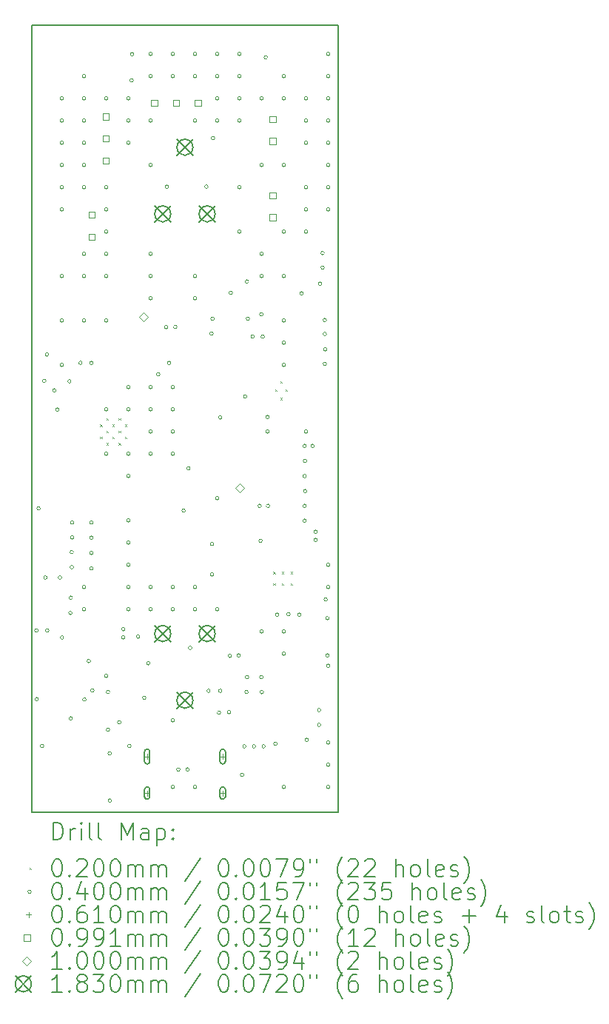
<source format=gbr>
%TF.GenerationSoftware,KiCad,Pcbnew,7.0.2*%
%TF.CreationDate,2024-01-31T20:38:46-08:00*%
%TF.ProjectId,Lightsaber,4c696768-7473-4616-9265-722e6b696361,rev?*%
%TF.SameCoordinates,Original*%
%TF.FileFunction,Drillmap*%
%TF.FilePolarity,Positive*%
%FSLAX45Y45*%
G04 Gerber Fmt 4.5, Leading zero omitted, Abs format (unit mm)*
G04 Created by KiCad (PCBNEW 7.0.2) date 2024-01-31 20:38:46*
%MOMM*%
%LPD*%
G01*
G04 APERTURE LIST*
%ADD10C,0.150000*%
%ADD11C,0.200000*%
%ADD12C,0.020000*%
%ADD13C,0.040000*%
%ADD14C,0.060960*%
%ADD15C,0.099060*%
%ADD16C,0.100000*%
%ADD17C,0.183000*%
G04 APERTURE END LIST*
D10*
X0Y-12000000D02*
X3500000Y-12000000D01*
X3500000Y-21000000D01*
X0Y-21000000D01*
X0Y-12000000D01*
D11*
D12*
X781000Y-16570000D02*
X801000Y-16590000D01*
X801000Y-16570000D02*
X781000Y-16590000D01*
X781000Y-16710000D02*
X801000Y-16730000D01*
X801000Y-16710000D02*
X781000Y-16730000D01*
X851000Y-16500000D02*
X871000Y-16520000D01*
X871000Y-16500000D02*
X851000Y-16520000D01*
X851000Y-16640000D02*
X871000Y-16660000D01*
X871000Y-16640000D02*
X851000Y-16660000D01*
X851000Y-16780000D02*
X871000Y-16800000D01*
X871000Y-16780000D02*
X851000Y-16800000D01*
X921000Y-16570000D02*
X941000Y-16590000D01*
X941000Y-16570000D02*
X921000Y-16590000D01*
X921000Y-16710000D02*
X941000Y-16730000D01*
X941000Y-16710000D02*
X921000Y-16730000D01*
X991000Y-16500000D02*
X1011000Y-16520000D01*
X1011000Y-16500000D02*
X991000Y-16520000D01*
X991000Y-16640000D02*
X1011000Y-16660000D01*
X1011000Y-16640000D02*
X991000Y-16660000D01*
X991000Y-16780000D02*
X1011000Y-16800000D01*
X1011000Y-16780000D02*
X991000Y-16800000D01*
X1061000Y-16570000D02*
X1081000Y-16590000D01*
X1081000Y-16570000D02*
X1061000Y-16590000D01*
X1061000Y-16710000D02*
X1081000Y-16730000D01*
X1081000Y-16710000D02*
X1061000Y-16730000D01*
X2760000Y-18255000D02*
X2780000Y-18275000D01*
X2780000Y-18255000D02*
X2760000Y-18275000D01*
X2760000Y-18385000D02*
X2780000Y-18405000D01*
X2780000Y-18385000D02*
X2760000Y-18405000D01*
X2785000Y-16170000D02*
X2805000Y-16190000D01*
X2805000Y-16170000D02*
X2785000Y-16190000D01*
X2842500Y-16075000D02*
X2862500Y-16095000D01*
X2862500Y-16075000D02*
X2842500Y-16095000D01*
X2842500Y-16265000D02*
X2862500Y-16285000D01*
X2862500Y-16265000D02*
X2842500Y-16285000D01*
X2860000Y-18255000D02*
X2880000Y-18275000D01*
X2880000Y-18255000D02*
X2860000Y-18275000D01*
X2860000Y-18385000D02*
X2880000Y-18405000D01*
X2880000Y-18385000D02*
X2860000Y-18405000D01*
X2900000Y-16170000D02*
X2920000Y-16190000D01*
X2920000Y-16170000D02*
X2900000Y-16190000D01*
X2960000Y-18255000D02*
X2980000Y-18275000D01*
X2980000Y-18255000D02*
X2960000Y-18275000D01*
X2960000Y-18385000D02*
X2980000Y-18405000D01*
X2980000Y-18385000D02*
X2960000Y-18405000D01*
D13*
X70000Y-18925000D02*
G75*
G03*
X70000Y-18925000I-20000J0D01*
G01*
X75000Y-19710000D02*
G75*
G03*
X75000Y-19710000I-20000J0D01*
G01*
X95000Y-17530000D02*
G75*
G03*
X95000Y-17530000I-20000J0D01*
G01*
X135000Y-20245000D02*
G75*
G03*
X135000Y-20245000I-20000J0D01*
G01*
X160000Y-16070000D02*
G75*
G03*
X160000Y-16070000I-20000J0D01*
G01*
X173750Y-18320000D02*
G75*
G03*
X173750Y-18320000I-20000J0D01*
G01*
X190000Y-15770000D02*
G75*
G03*
X190000Y-15770000I-20000J0D01*
G01*
X195000Y-18925000D02*
G75*
G03*
X195000Y-18925000I-20000J0D01*
G01*
X275000Y-16180000D02*
G75*
G03*
X275000Y-16180000I-20000J0D01*
G01*
X310000Y-16400000D02*
G75*
G03*
X310000Y-16400000I-20000J0D01*
G01*
X340000Y-18320000D02*
G75*
G03*
X340000Y-18320000I-20000J0D01*
G01*
X361000Y-12840000D02*
G75*
G03*
X361000Y-12840000I-20000J0D01*
G01*
X361000Y-13094000D02*
G75*
G03*
X361000Y-13094000I-20000J0D01*
G01*
X361000Y-13348000D02*
G75*
G03*
X361000Y-13348000I-20000J0D01*
G01*
X361000Y-13602000D02*
G75*
G03*
X361000Y-13602000I-20000J0D01*
G01*
X361000Y-13856000D02*
G75*
G03*
X361000Y-13856000I-20000J0D01*
G01*
X361000Y-14110000D02*
G75*
G03*
X361000Y-14110000I-20000J0D01*
G01*
X361000Y-14872000D02*
G75*
G03*
X361000Y-14872000I-20000J0D01*
G01*
X361000Y-15380000D02*
G75*
G03*
X361000Y-15380000I-20000J0D01*
G01*
X361000Y-15888000D02*
G75*
G03*
X361000Y-15888000I-20000J0D01*
G01*
X363750Y-19005000D02*
G75*
G03*
X363750Y-19005000I-20000J0D01*
G01*
X448500Y-16076500D02*
G75*
G03*
X448500Y-16076500I-20000J0D01*
G01*
X460000Y-18725000D02*
G75*
G03*
X460000Y-18725000I-20000J0D01*
G01*
X465000Y-18550000D02*
G75*
G03*
X465000Y-18550000I-20000J0D01*
G01*
X465000Y-19930000D02*
G75*
G03*
X465000Y-19930000I-20000J0D01*
G01*
X475000Y-18030000D02*
G75*
G03*
X475000Y-18030000I-20000J0D01*
G01*
X475000Y-18200000D02*
G75*
G03*
X475000Y-18200000I-20000J0D01*
G01*
X480000Y-17690000D02*
G75*
G03*
X480000Y-17690000I-20000J0D01*
G01*
X480000Y-17860000D02*
G75*
G03*
X480000Y-17860000I-20000J0D01*
G01*
X575000Y-15865000D02*
G75*
G03*
X575000Y-15865000I-20000J0D01*
G01*
X615000Y-12586000D02*
G75*
G03*
X615000Y-12586000I-20000J0D01*
G01*
X615000Y-12840000D02*
G75*
G03*
X615000Y-12840000I-20000J0D01*
G01*
X615000Y-13094000D02*
G75*
G03*
X615000Y-13094000I-20000J0D01*
G01*
X615000Y-13348000D02*
G75*
G03*
X615000Y-13348000I-20000J0D01*
G01*
X615000Y-13602000D02*
G75*
G03*
X615000Y-13602000I-20000J0D01*
G01*
X615000Y-13856000D02*
G75*
G03*
X615000Y-13856000I-20000J0D01*
G01*
X615000Y-14618000D02*
G75*
G03*
X615000Y-14618000I-20000J0D01*
G01*
X615000Y-14872000D02*
G75*
G03*
X615000Y-14872000I-20000J0D01*
G01*
X615000Y-15380000D02*
G75*
G03*
X615000Y-15380000I-20000J0D01*
G01*
X615000Y-18428000D02*
G75*
G03*
X615000Y-18428000I-20000J0D01*
G01*
X615000Y-18682000D02*
G75*
G03*
X615000Y-18682000I-20000J0D01*
G01*
X620000Y-19715000D02*
G75*
G03*
X620000Y-19715000I-20000J0D01*
G01*
X670000Y-19275000D02*
G75*
G03*
X670000Y-19275000I-20000J0D01*
G01*
X700000Y-15865000D02*
G75*
G03*
X700000Y-15865000I-20000J0D01*
G01*
X700000Y-17690000D02*
G75*
G03*
X700000Y-17690000I-20000J0D01*
G01*
X700000Y-17865000D02*
G75*
G03*
X700000Y-17865000I-20000J0D01*
G01*
X700000Y-18040000D02*
G75*
G03*
X700000Y-18040000I-20000J0D01*
G01*
X700000Y-18215000D02*
G75*
G03*
X700000Y-18215000I-20000J0D01*
G01*
X710000Y-19610000D02*
G75*
G03*
X710000Y-19610000I-20000J0D01*
G01*
X869000Y-12840000D02*
G75*
G03*
X869000Y-12840000I-20000J0D01*
G01*
X869000Y-13856000D02*
G75*
G03*
X869000Y-13856000I-20000J0D01*
G01*
X869000Y-14110000D02*
G75*
G03*
X869000Y-14110000I-20000J0D01*
G01*
X869000Y-14364000D02*
G75*
G03*
X869000Y-14364000I-20000J0D01*
G01*
X869000Y-14618000D02*
G75*
G03*
X869000Y-14618000I-20000J0D01*
G01*
X869000Y-14872000D02*
G75*
G03*
X869000Y-14872000I-20000J0D01*
G01*
X869000Y-15380000D02*
G75*
G03*
X869000Y-15380000I-20000J0D01*
G01*
X869000Y-16396000D02*
G75*
G03*
X869000Y-16396000I-20000J0D01*
G01*
X869000Y-16904000D02*
G75*
G03*
X869000Y-16904000I-20000J0D01*
G01*
X869000Y-19444000D02*
G75*
G03*
X869000Y-19444000I-20000J0D01*
G01*
X890000Y-19630000D02*
G75*
G03*
X890000Y-19630000I-20000J0D01*
G01*
X890000Y-20060000D02*
G75*
G03*
X890000Y-20060000I-20000J0D01*
G01*
X910000Y-20330000D02*
G75*
G03*
X910000Y-20330000I-20000J0D01*
G01*
X910000Y-20870000D02*
G75*
G03*
X910000Y-20870000I-20000J0D01*
G01*
X1020000Y-19975000D02*
G75*
G03*
X1020000Y-19975000I-20000J0D01*
G01*
X1065000Y-18910000D02*
G75*
G03*
X1065000Y-18910000I-20000J0D01*
G01*
X1065000Y-19005000D02*
G75*
G03*
X1065000Y-19005000I-20000J0D01*
G01*
X1123000Y-12840000D02*
G75*
G03*
X1123000Y-12840000I-20000J0D01*
G01*
X1123000Y-13094000D02*
G75*
G03*
X1123000Y-13094000I-20000J0D01*
G01*
X1123000Y-13348000D02*
G75*
G03*
X1123000Y-13348000I-20000J0D01*
G01*
X1123000Y-16142000D02*
G75*
G03*
X1123000Y-16142000I-20000J0D01*
G01*
X1123000Y-16396000D02*
G75*
G03*
X1123000Y-16396000I-20000J0D01*
G01*
X1123000Y-16904000D02*
G75*
G03*
X1123000Y-16904000I-20000J0D01*
G01*
X1123000Y-17158000D02*
G75*
G03*
X1123000Y-17158000I-20000J0D01*
G01*
X1123000Y-17666000D02*
G75*
G03*
X1123000Y-17666000I-20000J0D01*
G01*
X1123000Y-17920000D02*
G75*
G03*
X1123000Y-17920000I-20000J0D01*
G01*
X1123000Y-18174000D02*
G75*
G03*
X1123000Y-18174000I-20000J0D01*
G01*
X1123000Y-18428000D02*
G75*
G03*
X1123000Y-18428000I-20000J0D01*
G01*
X1123000Y-18682000D02*
G75*
G03*
X1123000Y-18682000I-20000J0D01*
G01*
X1135000Y-20245000D02*
G75*
G03*
X1135000Y-20245000I-20000J0D01*
G01*
X1160000Y-12635000D02*
G75*
G03*
X1160000Y-12635000I-20000J0D01*
G01*
X1165000Y-12335000D02*
G75*
G03*
X1165000Y-12335000I-20000J0D01*
G01*
X1235000Y-18995000D02*
G75*
G03*
X1235000Y-18995000I-20000J0D01*
G01*
X1305000Y-19695000D02*
G75*
G03*
X1305000Y-19695000I-20000J0D01*
G01*
X1350000Y-19300000D02*
G75*
G03*
X1350000Y-19300000I-20000J0D01*
G01*
X1377000Y-12332000D02*
G75*
G03*
X1377000Y-12332000I-20000J0D01*
G01*
X1377000Y-12586000D02*
G75*
G03*
X1377000Y-12586000I-20000J0D01*
G01*
X1377000Y-13094000D02*
G75*
G03*
X1377000Y-13094000I-20000J0D01*
G01*
X1377000Y-13602000D02*
G75*
G03*
X1377000Y-13602000I-20000J0D01*
G01*
X1377000Y-14618000D02*
G75*
G03*
X1377000Y-14618000I-20000J0D01*
G01*
X1377000Y-14872000D02*
G75*
G03*
X1377000Y-14872000I-20000J0D01*
G01*
X1377000Y-15126000D02*
G75*
G03*
X1377000Y-15126000I-20000J0D01*
G01*
X1377000Y-16142000D02*
G75*
G03*
X1377000Y-16142000I-20000J0D01*
G01*
X1377000Y-16396000D02*
G75*
G03*
X1377000Y-16396000I-20000J0D01*
G01*
X1377000Y-16650000D02*
G75*
G03*
X1377000Y-16650000I-20000J0D01*
G01*
X1377000Y-16904000D02*
G75*
G03*
X1377000Y-16904000I-20000J0D01*
G01*
X1377000Y-18428000D02*
G75*
G03*
X1377000Y-18428000I-20000J0D01*
G01*
X1377000Y-18682000D02*
G75*
G03*
X1377000Y-18682000I-20000J0D01*
G01*
X1465000Y-15995000D02*
G75*
G03*
X1465000Y-15995000I-20000J0D01*
G01*
X1555000Y-15455000D02*
G75*
G03*
X1555000Y-15455000I-20000J0D01*
G01*
X1565000Y-13850000D02*
G75*
G03*
X1565000Y-13850000I-20000J0D01*
G01*
X1590000Y-15865000D02*
G75*
G03*
X1590000Y-15865000I-20000J0D01*
G01*
X1631000Y-12332000D02*
G75*
G03*
X1631000Y-12332000I-20000J0D01*
G01*
X1631000Y-12586000D02*
G75*
G03*
X1631000Y-12586000I-20000J0D01*
G01*
X1631000Y-16142000D02*
G75*
G03*
X1631000Y-16142000I-20000J0D01*
G01*
X1631000Y-16396000D02*
G75*
G03*
X1631000Y-16396000I-20000J0D01*
G01*
X1631000Y-16650000D02*
G75*
G03*
X1631000Y-16650000I-20000J0D01*
G01*
X1631000Y-16904000D02*
G75*
G03*
X1631000Y-16904000I-20000J0D01*
G01*
X1631000Y-18428000D02*
G75*
G03*
X1631000Y-18428000I-20000J0D01*
G01*
X1631000Y-18682000D02*
G75*
G03*
X1631000Y-18682000I-20000J0D01*
G01*
X1631000Y-19952000D02*
G75*
G03*
X1631000Y-19952000I-20000J0D01*
G01*
X1631000Y-20714000D02*
G75*
G03*
X1631000Y-20714000I-20000J0D01*
G01*
X1660000Y-15455000D02*
G75*
G03*
X1660000Y-15455000I-20000J0D01*
G01*
X1695000Y-20515000D02*
G75*
G03*
X1695000Y-20515000I-20000J0D01*
G01*
X1755000Y-17555000D02*
G75*
G03*
X1755000Y-17555000I-20000J0D01*
G01*
X1800000Y-20515000D02*
G75*
G03*
X1800000Y-20515000I-20000J0D01*
G01*
X1810000Y-17070000D02*
G75*
G03*
X1810000Y-17070000I-20000J0D01*
G01*
X1830000Y-19125000D02*
G75*
G03*
X1830000Y-19125000I-20000J0D01*
G01*
X1885000Y-12332000D02*
G75*
G03*
X1885000Y-12332000I-20000J0D01*
G01*
X1885000Y-12586000D02*
G75*
G03*
X1885000Y-12586000I-20000J0D01*
G01*
X1885000Y-13094000D02*
G75*
G03*
X1885000Y-13094000I-20000J0D01*
G01*
X1885000Y-14872000D02*
G75*
G03*
X1885000Y-14872000I-20000J0D01*
G01*
X1885000Y-15126000D02*
G75*
G03*
X1885000Y-15126000I-20000J0D01*
G01*
X1885000Y-18428000D02*
G75*
G03*
X1885000Y-18428000I-20000J0D01*
G01*
X1885000Y-18682000D02*
G75*
G03*
X1885000Y-18682000I-20000J0D01*
G01*
X1885000Y-20714000D02*
G75*
G03*
X1885000Y-20714000I-20000J0D01*
G01*
X2015000Y-13850000D02*
G75*
G03*
X2015000Y-13850000I-20000J0D01*
G01*
X2040000Y-19615000D02*
G75*
G03*
X2040000Y-19615000I-20000J0D01*
G01*
X2075000Y-15530000D02*
G75*
G03*
X2075000Y-15530000I-20000J0D01*
G01*
X2080000Y-17935000D02*
G75*
G03*
X2080000Y-17935000I-20000J0D01*
G01*
X2080000Y-18285000D02*
G75*
G03*
X2080000Y-18285000I-20000J0D01*
G01*
X2085000Y-15360000D02*
G75*
G03*
X2085000Y-15360000I-20000J0D01*
G01*
X2090000Y-13295000D02*
G75*
G03*
X2090000Y-13295000I-20000J0D01*
G01*
X2139000Y-12332000D02*
G75*
G03*
X2139000Y-12332000I-20000J0D01*
G01*
X2139000Y-12586000D02*
G75*
G03*
X2139000Y-12586000I-20000J0D01*
G01*
X2139000Y-12840000D02*
G75*
G03*
X2139000Y-12840000I-20000J0D01*
G01*
X2139000Y-13094000D02*
G75*
G03*
X2139000Y-13094000I-20000J0D01*
G01*
X2139000Y-17412000D02*
G75*
G03*
X2139000Y-17412000I-20000J0D01*
G01*
X2139000Y-18682000D02*
G75*
G03*
X2139000Y-18682000I-20000J0D01*
G01*
X2160000Y-19865000D02*
G75*
G03*
X2160000Y-19865000I-20000J0D01*
G01*
X2175000Y-16490000D02*
G75*
G03*
X2175000Y-16490000I-20000J0D01*
G01*
X2175000Y-19615000D02*
G75*
G03*
X2175000Y-19615000I-20000J0D01*
G01*
X2275000Y-19860000D02*
G75*
G03*
X2275000Y-19860000I-20000J0D01*
G01*
X2285000Y-19215000D02*
G75*
G03*
X2285000Y-19215000I-20000J0D01*
G01*
X2295000Y-15065000D02*
G75*
G03*
X2295000Y-15065000I-20000J0D01*
G01*
X2385000Y-19210000D02*
G75*
G03*
X2385000Y-19210000I-20000J0D01*
G01*
X2393000Y-12332000D02*
G75*
G03*
X2393000Y-12332000I-20000J0D01*
G01*
X2393000Y-12586000D02*
G75*
G03*
X2393000Y-12586000I-20000J0D01*
G01*
X2393000Y-12840000D02*
G75*
G03*
X2393000Y-12840000I-20000J0D01*
G01*
X2393000Y-13094000D02*
G75*
G03*
X2393000Y-13094000I-20000J0D01*
G01*
X2393000Y-13856000D02*
G75*
G03*
X2393000Y-13856000I-20000J0D01*
G01*
X2393000Y-14364000D02*
G75*
G03*
X2393000Y-14364000I-20000J0D01*
G01*
X2425000Y-20575000D02*
G75*
G03*
X2425000Y-20575000I-20000J0D01*
G01*
X2450000Y-20250000D02*
G75*
G03*
X2450000Y-20250000I-20000J0D01*
G01*
X2460000Y-16250000D02*
G75*
G03*
X2460000Y-16250000I-20000J0D01*
G01*
X2475000Y-19630000D02*
G75*
G03*
X2475000Y-19630000I-20000J0D01*
G01*
X2480000Y-14935000D02*
G75*
G03*
X2480000Y-14935000I-20000J0D01*
G01*
X2480000Y-19460000D02*
G75*
G03*
X2480000Y-19460000I-20000J0D01*
G01*
X2490000Y-15360000D02*
G75*
G03*
X2490000Y-15360000I-20000J0D01*
G01*
X2545000Y-15565000D02*
G75*
G03*
X2545000Y-15565000I-20000J0D01*
G01*
X2560000Y-20250000D02*
G75*
G03*
X2560000Y-20250000I-20000J0D01*
G01*
X2625000Y-17500000D02*
G75*
G03*
X2625000Y-17500000I-20000J0D01*
G01*
X2635000Y-17900000D02*
G75*
G03*
X2635000Y-17900000I-20000J0D01*
G01*
X2645000Y-15310000D02*
G75*
G03*
X2645000Y-15310000I-20000J0D01*
G01*
X2645000Y-19460000D02*
G75*
G03*
X2645000Y-19460000I-20000J0D01*
G01*
X2647000Y-12840000D02*
G75*
G03*
X2647000Y-12840000I-20000J0D01*
G01*
X2647000Y-13602000D02*
G75*
G03*
X2647000Y-13602000I-20000J0D01*
G01*
X2647000Y-14618000D02*
G75*
G03*
X2647000Y-14618000I-20000J0D01*
G01*
X2647000Y-14872000D02*
G75*
G03*
X2647000Y-14872000I-20000J0D01*
G01*
X2647000Y-18936000D02*
G75*
G03*
X2647000Y-18936000I-20000J0D01*
G01*
X2650000Y-19630000D02*
G75*
G03*
X2650000Y-19630000I-20000J0D01*
G01*
X2660000Y-15565000D02*
G75*
G03*
X2660000Y-15565000I-20000J0D01*
G01*
X2670000Y-20250000D02*
G75*
G03*
X2670000Y-20250000I-20000J0D01*
G01*
X2695000Y-12370000D02*
G75*
G03*
X2695000Y-12370000I-20000J0D01*
G01*
X2715000Y-16485000D02*
G75*
G03*
X2715000Y-16485000I-20000J0D01*
G01*
X2715000Y-16650000D02*
G75*
G03*
X2715000Y-16650000I-20000J0D01*
G01*
X2720000Y-17500000D02*
G75*
G03*
X2720000Y-17500000I-20000J0D01*
G01*
X2805000Y-20220000D02*
G75*
G03*
X2805000Y-20220000I-20000J0D01*
G01*
X2825000Y-18745000D02*
G75*
G03*
X2825000Y-18745000I-20000J0D01*
G01*
X2901000Y-12586000D02*
G75*
G03*
X2901000Y-12586000I-20000J0D01*
G01*
X2901000Y-12840000D02*
G75*
G03*
X2901000Y-12840000I-20000J0D01*
G01*
X2901000Y-13602000D02*
G75*
G03*
X2901000Y-13602000I-20000J0D01*
G01*
X2901000Y-14364000D02*
G75*
G03*
X2901000Y-14364000I-20000J0D01*
G01*
X2901000Y-14872000D02*
G75*
G03*
X2901000Y-14872000I-20000J0D01*
G01*
X2901000Y-15380000D02*
G75*
G03*
X2901000Y-15380000I-20000J0D01*
G01*
X2901000Y-15634000D02*
G75*
G03*
X2901000Y-15634000I-20000J0D01*
G01*
X2901000Y-15888000D02*
G75*
G03*
X2901000Y-15888000I-20000J0D01*
G01*
X2901000Y-18936000D02*
G75*
G03*
X2901000Y-18936000I-20000J0D01*
G01*
X2901000Y-19190000D02*
G75*
G03*
X2901000Y-19190000I-20000J0D01*
G01*
X2901000Y-20714000D02*
G75*
G03*
X2901000Y-20714000I-20000J0D01*
G01*
X2953500Y-18738500D02*
G75*
G03*
X2953500Y-18738500I-20000J0D01*
G01*
X3080000Y-18745000D02*
G75*
G03*
X3080000Y-18745000I-20000J0D01*
G01*
X3105000Y-15070000D02*
G75*
G03*
X3105000Y-15070000I-20000J0D01*
G01*
X3140000Y-16815000D02*
G75*
G03*
X3140000Y-16815000I-20000J0D01*
G01*
X3140000Y-17160000D02*
G75*
G03*
X3140000Y-17160000I-20000J0D01*
G01*
X3140000Y-17500000D02*
G75*
G03*
X3140000Y-17500000I-20000J0D01*
G01*
X3140000Y-17670000D02*
G75*
G03*
X3140000Y-17670000I-20000J0D01*
G01*
X3145000Y-16985000D02*
G75*
G03*
X3145000Y-16985000I-20000J0D01*
G01*
X3145000Y-17330000D02*
G75*
G03*
X3145000Y-17330000I-20000J0D01*
G01*
X3155000Y-12840000D02*
G75*
G03*
X3155000Y-12840000I-20000J0D01*
G01*
X3155000Y-13094000D02*
G75*
G03*
X3155000Y-13094000I-20000J0D01*
G01*
X3155000Y-13348000D02*
G75*
G03*
X3155000Y-13348000I-20000J0D01*
G01*
X3155000Y-13856000D02*
G75*
G03*
X3155000Y-13856000I-20000J0D01*
G01*
X3155000Y-14110000D02*
G75*
G03*
X3155000Y-14110000I-20000J0D01*
G01*
X3155000Y-14364000D02*
G75*
G03*
X3155000Y-14364000I-20000J0D01*
G01*
X3155000Y-16650000D02*
G75*
G03*
X3155000Y-16650000I-20000J0D01*
G01*
X3165000Y-20175000D02*
G75*
G03*
X3165000Y-20175000I-20000J0D01*
G01*
X3230000Y-16815000D02*
G75*
G03*
X3230000Y-16815000I-20000J0D01*
G01*
X3265000Y-17795000D02*
G75*
G03*
X3265000Y-17795000I-20000J0D01*
G01*
X3265000Y-17890000D02*
G75*
G03*
X3265000Y-17890000I-20000J0D01*
G01*
X3305000Y-19835000D02*
G75*
G03*
X3305000Y-19835000I-20000J0D01*
G01*
X3305000Y-20005000D02*
G75*
G03*
X3305000Y-20005000I-20000J0D01*
G01*
X3315000Y-14960000D02*
G75*
G03*
X3315000Y-14960000I-20000J0D01*
G01*
X3345000Y-14610000D02*
G75*
G03*
X3345000Y-14610000I-20000J0D01*
G01*
X3345000Y-14775000D02*
G75*
G03*
X3345000Y-14775000I-20000J0D01*
G01*
X3370000Y-15375000D02*
G75*
G03*
X3370000Y-15375000I-20000J0D01*
G01*
X3370000Y-15535000D02*
G75*
G03*
X3370000Y-15535000I-20000J0D01*
G01*
X3370000Y-15875000D02*
G75*
G03*
X3370000Y-15875000I-20000J0D01*
G01*
X3375000Y-15710000D02*
G75*
G03*
X3375000Y-15710000I-20000J0D01*
G01*
X3380000Y-18570000D02*
G75*
G03*
X3380000Y-18570000I-20000J0D01*
G01*
X3400000Y-18785000D02*
G75*
G03*
X3400000Y-18785000I-20000J0D01*
G01*
X3400000Y-19210000D02*
G75*
G03*
X3400000Y-19210000I-20000J0D01*
G01*
X3409000Y-12332000D02*
G75*
G03*
X3409000Y-12332000I-20000J0D01*
G01*
X3409000Y-12586000D02*
G75*
G03*
X3409000Y-12586000I-20000J0D01*
G01*
X3409000Y-12840000D02*
G75*
G03*
X3409000Y-12840000I-20000J0D01*
G01*
X3409000Y-13094000D02*
G75*
G03*
X3409000Y-13094000I-20000J0D01*
G01*
X3409000Y-13348000D02*
G75*
G03*
X3409000Y-13348000I-20000J0D01*
G01*
X3409000Y-13602000D02*
G75*
G03*
X3409000Y-13602000I-20000J0D01*
G01*
X3409000Y-13856000D02*
G75*
G03*
X3409000Y-13856000I-20000J0D01*
G01*
X3409000Y-14110000D02*
G75*
G03*
X3409000Y-14110000I-20000J0D01*
G01*
X3409000Y-18174000D02*
G75*
G03*
X3409000Y-18174000I-20000J0D01*
G01*
X3409000Y-18428000D02*
G75*
G03*
X3409000Y-18428000I-20000J0D01*
G01*
X3409000Y-20206000D02*
G75*
G03*
X3409000Y-20206000I-20000J0D01*
G01*
X3409000Y-20460000D02*
G75*
G03*
X3409000Y-20460000I-20000J0D01*
G01*
X3409000Y-20714000D02*
G75*
G03*
X3409000Y-20714000I-20000J0D01*
G01*
X3410000Y-19330000D02*
G75*
G03*
X3410000Y-19330000I-20000J0D01*
G01*
D14*
X1318000Y-20336400D02*
X1318000Y-20397360D01*
X1287520Y-20366880D02*
X1348480Y-20366880D01*
D11*
X1287520Y-20312280D02*
X1287520Y-20421480D01*
X1287520Y-20421480D02*
G75*
G03*
X1348480Y-20421480I30480J0D01*
G01*
X1348480Y-20421480D02*
X1348480Y-20312280D01*
X1348480Y-20312280D02*
G75*
G03*
X1287520Y-20312280I-30480J0D01*
G01*
D14*
X1318000Y-20754400D02*
X1318000Y-20815360D01*
X1287520Y-20784880D02*
X1348480Y-20784880D01*
D11*
X1287520Y-20745360D02*
X1287520Y-20824400D01*
X1287520Y-20824400D02*
G75*
G03*
X1348480Y-20824400I30480J0D01*
G01*
X1348480Y-20824400D02*
X1348480Y-20745360D01*
X1348480Y-20745360D02*
G75*
G03*
X1287520Y-20745360I-30480J0D01*
G01*
D14*
X2182000Y-20336400D02*
X2182000Y-20397360D01*
X2151520Y-20366880D02*
X2212480Y-20366880D01*
D11*
X2151520Y-20312280D02*
X2151520Y-20421480D01*
X2151520Y-20421480D02*
G75*
G03*
X2212480Y-20421480I30480J0D01*
G01*
X2212480Y-20421480D02*
X2212480Y-20312280D01*
X2212480Y-20312280D02*
G75*
G03*
X2151520Y-20312280I-30480J0D01*
G01*
D14*
X2182000Y-20754400D02*
X2182000Y-20815360D01*
X2151520Y-20784880D02*
X2212480Y-20784880D01*
D11*
X2151520Y-20745360D02*
X2151520Y-20824400D01*
X2151520Y-20824400D02*
G75*
G03*
X2212480Y-20824400I30480J0D01*
G01*
X2212480Y-20824400D02*
X2212480Y-20745360D01*
X2212480Y-20745360D02*
G75*
G03*
X2151520Y-20745360I-30480J0D01*
G01*
D15*
X717873Y-14207523D02*
X717873Y-14137477D01*
X647827Y-14137477D01*
X647827Y-14207523D01*
X717873Y-14207523D01*
X717873Y-14457523D02*
X717873Y-14387477D01*
X647827Y-14387477D01*
X647827Y-14457523D01*
X717873Y-14457523D01*
X879713Y-13085011D02*
X879713Y-13014964D01*
X809667Y-13014964D01*
X809667Y-13085011D01*
X879713Y-13085011D01*
X879713Y-13335023D02*
X879713Y-13264977D01*
X809667Y-13264977D01*
X809667Y-13335023D01*
X879713Y-13335023D01*
X879713Y-13585035D02*
X879713Y-13514989D01*
X809667Y-13514989D01*
X809667Y-13585035D01*
X879713Y-13585035D01*
X1435011Y-12929713D02*
X1435011Y-12859667D01*
X1364965Y-12859667D01*
X1364965Y-12929713D01*
X1435011Y-12929713D01*
X1685023Y-12929713D02*
X1685023Y-12859667D01*
X1614977Y-12859667D01*
X1614977Y-12929713D01*
X1685023Y-12929713D01*
X1935035Y-12929713D02*
X1935035Y-12859667D01*
X1864989Y-12859667D01*
X1864989Y-12929713D01*
X1935035Y-12929713D01*
X2790323Y-13112523D02*
X2790323Y-13042477D01*
X2720277Y-13042477D01*
X2720277Y-13112523D01*
X2790323Y-13112523D01*
X2790323Y-13362523D02*
X2790323Y-13292477D01*
X2720277Y-13292477D01*
X2720277Y-13362523D01*
X2790323Y-13362523D01*
X2790323Y-13985023D02*
X2790323Y-13914977D01*
X2720277Y-13914977D01*
X2720277Y-13985023D01*
X2790323Y-13985023D01*
X2790323Y-14235023D02*
X2790323Y-14164976D01*
X2720277Y-14164976D01*
X2720277Y-14235023D01*
X2790323Y-14235023D01*
D16*
X1280000Y-15390000D02*
X1330000Y-15340000D01*
X1280000Y-15290000D01*
X1230000Y-15340000D01*
X1280000Y-15390000D01*
X2380000Y-17345000D02*
X2430000Y-17295000D01*
X2380000Y-17245000D01*
X2330000Y-17295000D01*
X2380000Y-17345000D01*
D17*
X1404500Y-14070500D02*
X1587500Y-14253500D01*
X1587500Y-14070500D02*
X1404500Y-14253500D01*
X1587500Y-14162000D02*
G75*
G03*
X1587500Y-14162000I-91500J0D01*
G01*
X1404500Y-18870500D02*
X1587500Y-19053500D01*
X1587500Y-18870500D02*
X1404500Y-19053500D01*
X1587500Y-18962000D02*
G75*
G03*
X1587500Y-18962000I-91500J0D01*
G01*
X1658500Y-13308500D02*
X1841500Y-13491500D01*
X1841500Y-13308500D02*
X1658500Y-13491500D01*
X1841500Y-13400000D02*
G75*
G03*
X1841500Y-13400000I-91500J0D01*
G01*
X1658500Y-19632500D02*
X1841500Y-19815500D01*
X1841500Y-19632500D02*
X1658500Y-19815500D01*
X1841500Y-19724000D02*
G75*
G03*
X1841500Y-19724000I-91500J0D01*
G01*
X1912500Y-14070500D02*
X2095500Y-14253500D01*
X2095500Y-14070500D02*
X1912500Y-14253500D01*
X2095500Y-14162000D02*
G75*
G03*
X2095500Y-14162000I-91500J0D01*
G01*
X1912500Y-18870500D02*
X2095500Y-19053500D01*
X2095500Y-18870500D02*
X1912500Y-19053500D01*
X2095500Y-18962000D02*
G75*
G03*
X2095500Y-18962000I-91500J0D01*
G01*
D11*
X240119Y-21320024D02*
X240119Y-21120024D01*
X240119Y-21120024D02*
X287738Y-21120024D01*
X287738Y-21120024D02*
X316310Y-21129548D01*
X316310Y-21129548D02*
X335357Y-21148595D01*
X335357Y-21148595D02*
X344881Y-21167643D01*
X344881Y-21167643D02*
X354405Y-21205738D01*
X354405Y-21205738D02*
X354405Y-21234310D01*
X354405Y-21234310D02*
X344881Y-21272405D01*
X344881Y-21272405D02*
X335357Y-21291452D01*
X335357Y-21291452D02*
X316310Y-21310500D01*
X316310Y-21310500D02*
X287738Y-21320024D01*
X287738Y-21320024D02*
X240119Y-21320024D01*
X440119Y-21320024D02*
X440119Y-21186690D01*
X440119Y-21224786D02*
X449643Y-21205738D01*
X449643Y-21205738D02*
X459167Y-21196214D01*
X459167Y-21196214D02*
X478214Y-21186690D01*
X478214Y-21186690D02*
X497262Y-21186690D01*
X563929Y-21320024D02*
X563929Y-21186690D01*
X563929Y-21120024D02*
X554405Y-21129548D01*
X554405Y-21129548D02*
X563929Y-21139071D01*
X563929Y-21139071D02*
X573452Y-21129548D01*
X573452Y-21129548D02*
X563929Y-21120024D01*
X563929Y-21120024D02*
X563929Y-21139071D01*
X687738Y-21320024D02*
X668690Y-21310500D01*
X668690Y-21310500D02*
X659167Y-21291452D01*
X659167Y-21291452D02*
X659167Y-21120024D01*
X792500Y-21320024D02*
X773452Y-21310500D01*
X773452Y-21310500D02*
X763928Y-21291452D01*
X763928Y-21291452D02*
X763928Y-21120024D01*
X1021071Y-21320024D02*
X1021071Y-21120024D01*
X1021071Y-21120024D02*
X1087738Y-21262881D01*
X1087738Y-21262881D02*
X1154405Y-21120024D01*
X1154405Y-21120024D02*
X1154405Y-21320024D01*
X1335357Y-21320024D02*
X1335357Y-21215262D01*
X1335357Y-21215262D02*
X1325833Y-21196214D01*
X1325833Y-21196214D02*
X1306786Y-21186690D01*
X1306786Y-21186690D02*
X1268690Y-21186690D01*
X1268690Y-21186690D02*
X1249643Y-21196214D01*
X1335357Y-21310500D02*
X1316310Y-21320024D01*
X1316310Y-21320024D02*
X1268690Y-21320024D01*
X1268690Y-21320024D02*
X1249643Y-21310500D01*
X1249643Y-21310500D02*
X1240119Y-21291452D01*
X1240119Y-21291452D02*
X1240119Y-21272405D01*
X1240119Y-21272405D02*
X1249643Y-21253357D01*
X1249643Y-21253357D02*
X1268690Y-21243833D01*
X1268690Y-21243833D02*
X1316310Y-21243833D01*
X1316310Y-21243833D02*
X1335357Y-21234310D01*
X1430595Y-21186690D02*
X1430595Y-21386690D01*
X1430595Y-21196214D02*
X1449643Y-21186690D01*
X1449643Y-21186690D02*
X1487738Y-21186690D01*
X1487738Y-21186690D02*
X1506786Y-21196214D01*
X1506786Y-21196214D02*
X1516309Y-21205738D01*
X1516309Y-21205738D02*
X1525833Y-21224786D01*
X1525833Y-21224786D02*
X1525833Y-21281929D01*
X1525833Y-21281929D02*
X1516309Y-21300976D01*
X1516309Y-21300976D02*
X1506786Y-21310500D01*
X1506786Y-21310500D02*
X1487738Y-21320024D01*
X1487738Y-21320024D02*
X1449643Y-21320024D01*
X1449643Y-21320024D02*
X1430595Y-21310500D01*
X1611548Y-21300976D02*
X1621071Y-21310500D01*
X1621071Y-21310500D02*
X1611548Y-21320024D01*
X1611548Y-21320024D02*
X1602024Y-21310500D01*
X1602024Y-21310500D02*
X1611548Y-21300976D01*
X1611548Y-21300976D02*
X1611548Y-21320024D01*
X1611548Y-21196214D02*
X1621071Y-21205738D01*
X1621071Y-21205738D02*
X1611548Y-21215262D01*
X1611548Y-21215262D02*
X1602024Y-21205738D01*
X1602024Y-21205738D02*
X1611548Y-21196214D01*
X1611548Y-21196214D02*
X1611548Y-21215262D01*
D12*
X-27500Y-21637500D02*
X-7500Y-21657500D01*
X-7500Y-21637500D02*
X-27500Y-21657500D01*
D11*
X278214Y-21540024D02*
X297262Y-21540024D01*
X297262Y-21540024D02*
X316310Y-21549548D01*
X316310Y-21549548D02*
X325833Y-21559071D01*
X325833Y-21559071D02*
X335357Y-21578119D01*
X335357Y-21578119D02*
X344881Y-21616214D01*
X344881Y-21616214D02*
X344881Y-21663833D01*
X344881Y-21663833D02*
X335357Y-21701929D01*
X335357Y-21701929D02*
X325833Y-21720976D01*
X325833Y-21720976D02*
X316310Y-21730500D01*
X316310Y-21730500D02*
X297262Y-21740024D01*
X297262Y-21740024D02*
X278214Y-21740024D01*
X278214Y-21740024D02*
X259167Y-21730500D01*
X259167Y-21730500D02*
X249643Y-21720976D01*
X249643Y-21720976D02*
X240119Y-21701929D01*
X240119Y-21701929D02*
X230595Y-21663833D01*
X230595Y-21663833D02*
X230595Y-21616214D01*
X230595Y-21616214D02*
X240119Y-21578119D01*
X240119Y-21578119D02*
X249643Y-21559071D01*
X249643Y-21559071D02*
X259167Y-21549548D01*
X259167Y-21549548D02*
X278214Y-21540024D01*
X430595Y-21720976D02*
X440119Y-21730500D01*
X440119Y-21730500D02*
X430595Y-21740024D01*
X430595Y-21740024D02*
X421071Y-21730500D01*
X421071Y-21730500D02*
X430595Y-21720976D01*
X430595Y-21720976D02*
X430595Y-21740024D01*
X516309Y-21559071D02*
X525833Y-21549548D01*
X525833Y-21549548D02*
X544881Y-21540024D01*
X544881Y-21540024D02*
X592500Y-21540024D01*
X592500Y-21540024D02*
X611548Y-21549548D01*
X611548Y-21549548D02*
X621071Y-21559071D01*
X621071Y-21559071D02*
X630595Y-21578119D01*
X630595Y-21578119D02*
X630595Y-21597167D01*
X630595Y-21597167D02*
X621071Y-21625738D01*
X621071Y-21625738D02*
X506786Y-21740024D01*
X506786Y-21740024D02*
X630595Y-21740024D01*
X754405Y-21540024D02*
X773452Y-21540024D01*
X773452Y-21540024D02*
X792500Y-21549548D01*
X792500Y-21549548D02*
X802024Y-21559071D01*
X802024Y-21559071D02*
X811548Y-21578119D01*
X811548Y-21578119D02*
X821071Y-21616214D01*
X821071Y-21616214D02*
X821071Y-21663833D01*
X821071Y-21663833D02*
X811548Y-21701929D01*
X811548Y-21701929D02*
X802024Y-21720976D01*
X802024Y-21720976D02*
X792500Y-21730500D01*
X792500Y-21730500D02*
X773452Y-21740024D01*
X773452Y-21740024D02*
X754405Y-21740024D01*
X754405Y-21740024D02*
X735357Y-21730500D01*
X735357Y-21730500D02*
X725833Y-21720976D01*
X725833Y-21720976D02*
X716309Y-21701929D01*
X716309Y-21701929D02*
X706786Y-21663833D01*
X706786Y-21663833D02*
X706786Y-21616214D01*
X706786Y-21616214D02*
X716309Y-21578119D01*
X716309Y-21578119D02*
X725833Y-21559071D01*
X725833Y-21559071D02*
X735357Y-21549548D01*
X735357Y-21549548D02*
X754405Y-21540024D01*
X944881Y-21540024D02*
X963929Y-21540024D01*
X963929Y-21540024D02*
X982976Y-21549548D01*
X982976Y-21549548D02*
X992500Y-21559071D01*
X992500Y-21559071D02*
X1002024Y-21578119D01*
X1002024Y-21578119D02*
X1011548Y-21616214D01*
X1011548Y-21616214D02*
X1011548Y-21663833D01*
X1011548Y-21663833D02*
X1002024Y-21701929D01*
X1002024Y-21701929D02*
X992500Y-21720976D01*
X992500Y-21720976D02*
X982976Y-21730500D01*
X982976Y-21730500D02*
X963929Y-21740024D01*
X963929Y-21740024D02*
X944881Y-21740024D01*
X944881Y-21740024D02*
X925833Y-21730500D01*
X925833Y-21730500D02*
X916309Y-21720976D01*
X916309Y-21720976D02*
X906786Y-21701929D01*
X906786Y-21701929D02*
X897262Y-21663833D01*
X897262Y-21663833D02*
X897262Y-21616214D01*
X897262Y-21616214D02*
X906786Y-21578119D01*
X906786Y-21578119D02*
X916309Y-21559071D01*
X916309Y-21559071D02*
X925833Y-21549548D01*
X925833Y-21549548D02*
X944881Y-21540024D01*
X1097262Y-21740024D02*
X1097262Y-21606690D01*
X1097262Y-21625738D02*
X1106786Y-21616214D01*
X1106786Y-21616214D02*
X1125833Y-21606690D01*
X1125833Y-21606690D02*
X1154405Y-21606690D01*
X1154405Y-21606690D02*
X1173452Y-21616214D01*
X1173452Y-21616214D02*
X1182976Y-21635262D01*
X1182976Y-21635262D02*
X1182976Y-21740024D01*
X1182976Y-21635262D02*
X1192500Y-21616214D01*
X1192500Y-21616214D02*
X1211548Y-21606690D01*
X1211548Y-21606690D02*
X1240119Y-21606690D01*
X1240119Y-21606690D02*
X1259167Y-21616214D01*
X1259167Y-21616214D02*
X1268691Y-21635262D01*
X1268691Y-21635262D02*
X1268691Y-21740024D01*
X1363929Y-21740024D02*
X1363929Y-21606690D01*
X1363929Y-21625738D02*
X1373452Y-21616214D01*
X1373452Y-21616214D02*
X1392500Y-21606690D01*
X1392500Y-21606690D02*
X1421071Y-21606690D01*
X1421071Y-21606690D02*
X1440119Y-21616214D01*
X1440119Y-21616214D02*
X1449643Y-21635262D01*
X1449643Y-21635262D02*
X1449643Y-21740024D01*
X1449643Y-21635262D02*
X1459167Y-21616214D01*
X1459167Y-21616214D02*
X1478214Y-21606690D01*
X1478214Y-21606690D02*
X1506786Y-21606690D01*
X1506786Y-21606690D02*
X1525833Y-21616214D01*
X1525833Y-21616214D02*
X1535357Y-21635262D01*
X1535357Y-21635262D02*
X1535357Y-21740024D01*
X1925833Y-21530500D02*
X1754405Y-21787643D01*
X2182976Y-21540024D02*
X2202024Y-21540024D01*
X2202024Y-21540024D02*
X2221072Y-21549548D01*
X2221072Y-21549548D02*
X2230595Y-21559071D01*
X2230595Y-21559071D02*
X2240119Y-21578119D01*
X2240119Y-21578119D02*
X2249643Y-21616214D01*
X2249643Y-21616214D02*
X2249643Y-21663833D01*
X2249643Y-21663833D02*
X2240119Y-21701929D01*
X2240119Y-21701929D02*
X2230595Y-21720976D01*
X2230595Y-21720976D02*
X2221072Y-21730500D01*
X2221072Y-21730500D02*
X2202024Y-21740024D01*
X2202024Y-21740024D02*
X2182976Y-21740024D01*
X2182976Y-21740024D02*
X2163929Y-21730500D01*
X2163929Y-21730500D02*
X2154405Y-21720976D01*
X2154405Y-21720976D02*
X2144881Y-21701929D01*
X2144881Y-21701929D02*
X2135357Y-21663833D01*
X2135357Y-21663833D02*
X2135357Y-21616214D01*
X2135357Y-21616214D02*
X2144881Y-21578119D01*
X2144881Y-21578119D02*
X2154405Y-21559071D01*
X2154405Y-21559071D02*
X2163929Y-21549548D01*
X2163929Y-21549548D02*
X2182976Y-21540024D01*
X2335357Y-21720976D02*
X2344881Y-21730500D01*
X2344881Y-21730500D02*
X2335357Y-21740024D01*
X2335357Y-21740024D02*
X2325834Y-21730500D01*
X2325834Y-21730500D02*
X2335357Y-21720976D01*
X2335357Y-21720976D02*
X2335357Y-21740024D01*
X2468691Y-21540024D02*
X2487738Y-21540024D01*
X2487738Y-21540024D02*
X2506786Y-21549548D01*
X2506786Y-21549548D02*
X2516310Y-21559071D01*
X2516310Y-21559071D02*
X2525834Y-21578119D01*
X2525834Y-21578119D02*
X2535357Y-21616214D01*
X2535357Y-21616214D02*
X2535357Y-21663833D01*
X2535357Y-21663833D02*
X2525834Y-21701929D01*
X2525834Y-21701929D02*
X2516310Y-21720976D01*
X2516310Y-21720976D02*
X2506786Y-21730500D01*
X2506786Y-21730500D02*
X2487738Y-21740024D01*
X2487738Y-21740024D02*
X2468691Y-21740024D01*
X2468691Y-21740024D02*
X2449643Y-21730500D01*
X2449643Y-21730500D02*
X2440119Y-21720976D01*
X2440119Y-21720976D02*
X2430595Y-21701929D01*
X2430595Y-21701929D02*
X2421072Y-21663833D01*
X2421072Y-21663833D02*
X2421072Y-21616214D01*
X2421072Y-21616214D02*
X2430595Y-21578119D01*
X2430595Y-21578119D02*
X2440119Y-21559071D01*
X2440119Y-21559071D02*
X2449643Y-21549548D01*
X2449643Y-21549548D02*
X2468691Y-21540024D01*
X2659167Y-21540024D02*
X2678215Y-21540024D01*
X2678215Y-21540024D02*
X2697262Y-21549548D01*
X2697262Y-21549548D02*
X2706786Y-21559071D01*
X2706786Y-21559071D02*
X2716310Y-21578119D01*
X2716310Y-21578119D02*
X2725834Y-21616214D01*
X2725834Y-21616214D02*
X2725834Y-21663833D01*
X2725834Y-21663833D02*
X2716310Y-21701929D01*
X2716310Y-21701929D02*
X2706786Y-21720976D01*
X2706786Y-21720976D02*
X2697262Y-21730500D01*
X2697262Y-21730500D02*
X2678215Y-21740024D01*
X2678215Y-21740024D02*
X2659167Y-21740024D01*
X2659167Y-21740024D02*
X2640119Y-21730500D01*
X2640119Y-21730500D02*
X2630595Y-21720976D01*
X2630595Y-21720976D02*
X2621072Y-21701929D01*
X2621072Y-21701929D02*
X2611548Y-21663833D01*
X2611548Y-21663833D02*
X2611548Y-21616214D01*
X2611548Y-21616214D02*
X2621072Y-21578119D01*
X2621072Y-21578119D02*
X2630595Y-21559071D01*
X2630595Y-21559071D02*
X2640119Y-21549548D01*
X2640119Y-21549548D02*
X2659167Y-21540024D01*
X2792500Y-21540024D02*
X2925833Y-21540024D01*
X2925833Y-21540024D02*
X2840119Y-21740024D01*
X3011548Y-21740024D02*
X3049643Y-21740024D01*
X3049643Y-21740024D02*
X3068691Y-21730500D01*
X3068691Y-21730500D02*
X3078214Y-21720976D01*
X3078214Y-21720976D02*
X3097262Y-21692405D01*
X3097262Y-21692405D02*
X3106786Y-21654310D01*
X3106786Y-21654310D02*
X3106786Y-21578119D01*
X3106786Y-21578119D02*
X3097262Y-21559071D01*
X3097262Y-21559071D02*
X3087738Y-21549548D01*
X3087738Y-21549548D02*
X3068691Y-21540024D01*
X3068691Y-21540024D02*
X3030595Y-21540024D01*
X3030595Y-21540024D02*
X3011548Y-21549548D01*
X3011548Y-21549548D02*
X3002024Y-21559071D01*
X3002024Y-21559071D02*
X2992500Y-21578119D01*
X2992500Y-21578119D02*
X2992500Y-21625738D01*
X2992500Y-21625738D02*
X3002024Y-21644786D01*
X3002024Y-21644786D02*
X3011548Y-21654310D01*
X3011548Y-21654310D02*
X3030595Y-21663833D01*
X3030595Y-21663833D02*
X3068691Y-21663833D01*
X3068691Y-21663833D02*
X3087738Y-21654310D01*
X3087738Y-21654310D02*
X3097262Y-21644786D01*
X3097262Y-21644786D02*
X3106786Y-21625738D01*
X3182976Y-21540024D02*
X3182976Y-21578119D01*
X3259167Y-21540024D02*
X3259167Y-21578119D01*
X3554405Y-21816214D02*
X3544881Y-21806690D01*
X3544881Y-21806690D02*
X3525834Y-21778119D01*
X3525834Y-21778119D02*
X3516310Y-21759071D01*
X3516310Y-21759071D02*
X3506786Y-21730500D01*
X3506786Y-21730500D02*
X3497262Y-21682881D01*
X3497262Y-21682881D02*
X3497262Y-21644786D01*
X3497262Y-21644786D02*
X3506786Y-21597167D01*
X3506786Y-21597167D02*
X3516310Y-21568595D01*
X3516310Y-21568595D02*
X3525834Y-21549548D01*
X3525834Y-21549548D02*
X3544881Y-21520976D01*
X3544881Y-21520976D02*
X3554405Y-21511452D01*
X3621072Y-21559071D02*
X3630595Y-21549548D01*
X3630595Y-21549548D02*
X3649643Y-21540024D01*
X3649643Y-21540024D02*
X3697262Y-21540024D01*
X3697262Y-21540024D02*
X3716310Y-21549548D01*
X3716310Y-21549548D02*
X3725834Y-21559071D01*
X3725834Y-21559071D02*
X3735357Y-21578119D01*
X3735357Y-21578119D02*
X3735357Y-21597167D01*
X3735357Y-21597167D02*
X3725834Y-21625738D01*
X3725834Y-21625738D02*
X3611548Y-21740024D01*
X3611548Y-21740024D02*
X3735357Y-21740024D01*
X3811548Y-21559071D02*
X3821072Y-21549548D01*
X3821072Y-21549548D02*
X3840119Y-21540024D01*
X3840119Y-21540024D02*
X3887738Y-21540024D01*
X3887738Y-21540024D02*
X3906786Y-21549548D01*
X3906786Y-21549548D02*
X3916310Y-21559071D01*
X3916310Y-21559071D02*
X3925834Y-21578119D01*
X3925834Y-21578119D02*
X3925834Y-21597167D01*
X3925834Y-21597167D02*
X3916310Y-21625738D01*
X3916310Y-21625738D02*
X3802024Y-21740024D01*
X3802024Y-21740024D02*
X3925834Y-21740024D01*
X4163929Y-21740024D02*
X4163929Y-21540024D01*
X4249643Y-21740024D02*
X4249643Y-21635262D01*
X4249643Y-21635262D02*
X4240119Y-21616214D01*
X4240119Y-21616214D02*
X4221072Y-21606690D01*
X4221072Y-21606690D02*
X4192500Y-21606690D01*
X4192500Y-21606690D02*
X4173453Y-21616214D01*
X4173453Y-21616214D02*
X4163929Y-21625738D01*
X4373453Y-21740024D02*
X4354405Y-21730500D01*
X4354405Y-21730500D02*
X4344881Y-21720976D01*
X4344881Y-21720976D02*
X4335358Y-21701929D01*
X4335358Y-21701929D02*
X4335358Y-21644786D01*
X4335358Y-21644786D02*
X4344881Y-21625738D01*
X4344881Y-21625738D02*
X4354405Y-21616214D01*
X4354405Y-21616214D02*
X4373453Y-21606690D01*
X4373453Y-21606690D02*
X4402024Y-21606690D01*
X4402024Y-21606690D02*
X4421072Y-21616214D01*
X4421072Y-21616214D02*
X4430596Y-21625738D01*
X4430596Y-21625738D02*
X4440119Y-21644786D01*
X4440119Y-21644786D02*
X4440119Y-21701929D01*
X4440119Y-21701929D02*
X4430596Y-21720976D01*
X4430596Y-21720976D02*
X4421072Y-21730500D01*
X4421072Y-21730500D02*
X4402024Y-21740024D01*
X4402024Y-21740024D02*
X4373453Y-21740024D01*
X4554405Y-21740024D02*
X4535358Y-21730500D01*
X4535358Y-21730500D02*
X4525834Y-21711452D01*
X4525834Y-21711452D02*
X4525834Y-21540024D01*
X4706786Y-21730500D02*
X4687739Y-21740024D01*
X4687739Y-21740024D02*
X4649643Y-21740024D01*
X4649643Y-21740024D02*
X4630596Y-21730500D01*
X4630596Y-21730500D02*
X4621072Y-21711452D01*
X4621072Y-21711452D02*
X4621072Y-21635262D01*
X4621072Y-21635262D02*
X4630596Y-21616214D01*
X4630596Y-21616214D02*
X4649643Y-21606690D01*
X4649643Y-21606690D02*
X4687739Y-21606690D01*
X4687739Y-21606690D02*
X4706786Y-21616214D01*
X4706786Y-21616214D02*
X4716310Y-21635262D01*
X4716310Y-21635262D02*
X4716310Y-21654310D01*
X4716310Y-21654310D02*
X4621072Y-21673357D01*
X4792500Y-21730500D02*
X4811548Y-21740024D01*
X4811548Y-21740024D02*
X4849643Y-21740024D01*
X4849643Y-21740024D02*
X4868691Y-21730500D01*
X4868691Y-21730500D02*
X4878215Y-21711452D01*
X4878215Y-21711452D02*
X4878215Y-21701929D01*
X4878215Y-21701929D02*
X4868691Y-21682881D01*
X4868691Y-21682881D02*
X4849643Y-21673357D01*
X4849643Y-21673357D02*
X4821072Y-21673357D01*
X4821072Y-21673357D02*
X4802024Y-21663833D01*
X4802024Y-21663833D02*
X4792500Y-21644786D01*
X4792500Y-21644786D02*
X4792500Y-21635262D01*
X4792500Y-21635262D02*
X4802024Y-21616214D01*
X4802024Y-21616214D02*
X4821072Y-21606690D01*
X4821072Y-21606690D02*
X4849643Y-21606690D01*
X4849643Y-21606690D02*
X4868691Y-21616214D01*
X4944881Y-21816214D02*
X4954405Y-21806690D01*
X4954405Y-21806690D02*
X4973453Y-21778119D01*
X4973453Y-21778119D02*
X4982977Y-21759071D01*
X4982977Y-21759071D02*
X4992500Y-21730500D01*
X4992500Y-21730500D02*
X5002024Y-21682881D01*
X5002024Y-21682881D02*
X5002024Y-21644786D01*
X5002024Y-21644786D02*
X4992500Y-21597167D01*
X4992500Y-21597167D02*
X4982977Y-21568595D01*
X4982977Y-21568595D02*
X4973453Y-21549548D01*
X4973453Y-21549548D02*
X4954405Y-21520976D01*
X4954405Y-21520976D02*
X4944881Y-21511452D01*
D13*
X-7500Y-21911500D02*
G75*
G03*
X-7500Y-21911500I-20000J0D01*
G01*
D11*
X278214Y-21804024D02*
X297262Y-21804024D01*
X297262Y-21804024D02*
X316310Y-21813548D01*
X316310Y-21813548D02*
X325833Y-21823071D01*
X325833Y-21823071D02*
X335357Y-21842119D01*
X335357Y-21842119D02*
X344881Y-21880214D01*
X344881Y-21880214D02*
X344881Y-21927833D01*
X344881Y-21927833D02*
X335357Y-21965929D01*
X335357Y-21965929D02*
X325833Y-21984976D01*
X325833Y-21984976D02*
X316310Y-21994500D01*
X316310Y-21994500D02*
X297262Y-22004024D01*
X297262Y-22004024D02*
X278214Y-22004024D01*
X278214Y-22004024D02*
X259167Y-21994500D01*
X259167Y-21994500D02*
X249643Y-21984976D01*
X249643Y-21984976D02*
X240119Y-21965929D01*
X240119Y-21965929D02*
X230595Y-21927833D01*
X230595Y-21927833D02*
X230595Y-21880214D01*
X230595Y-21880214D02*
X240119Y-21842119D01*
X240119Y-21842119D02*
X249643Y-21823071D01*
X249643Y-21823071D02*
X259167Y-21813548D01*
X259167Y-21813548D02*
X278214Y-21804024D01*
X430595Y-21984976D02*
X440119Y-21994500D01*
X440119Y-21994500D02*
X430595Y-22004024D01*
X430595Y-22004024D02*
X421071Y-21994500D01*
X421071Y-21994500D02*
X430595Y-21984976D01*
X430595Y-21984976D02*
X430595Y-22004024D01*
X611548Y-21870690D02*
X611548Y-22004024D01*
X563929Y-21794500D02*
X516309Y-21937357D01*
X516309Y-21937357D02*
X640119Y-21937357D01*
X754405Y-21804024D02*
X773452Y-21804024D01*
X773452Y-21804024D02*
X792500Y-21813548D01*
X792500Y-21813548D02*
X802024Y-21823071D01*
X802024Y-21823071D02*
X811548Y-21842119D01*
X811548Y-21842119D02*
X821071Y-21880214D01*
X821071Y-21880214D02*
X821071Y-21927833D01*
X821071Y-21927833D02*
X811548Y-21965929D01*
X811548Y-21965929D02*
X802024Y-21984976D01*
X802024Y-21984976D02*
X792500Y-21994500D01*
X792500Y-21994500D02*
X773452Y-22004024D01*
X773452Y-22004024D02*
X754405Y-22004024D01*
X754405Y-22004024D02*
X735357Y-21994500D01*
X735357Y-21994500D02*
X725833Y-21984976D01*
X725833Y-21984976D02*
X716309Y-21965929D01*
X716309Y-21965929D02*
X706786Y-21927833D01*
X706786Y-21927833D02*
X706786Y-21880214D01*
X706786Y-21880214D02*
X716309Y-21842119D01*
X716309Y-21842119D02*
X725833Y-21823071D01*
X725833Y-21823071D02*
X735357Y-21813548D01*
X735357Y-21813548D02*
X754405Y-21804024D01*
X944881Y-21804024D02*
X963929Y-21804024D01*
X963929Y-21804024D02*
X982976Y-21813548D01*
X982976Y-21813548D02*
X992500Y-21823071D01*
X992500Y-21823071D02*
X1002024Y-21842119D01*
X1002024Y-21842119D02*
X1011548Y-21880214D01*
X1011548Y-21880214D02*
X1011548Y-21927833D01*
X1011548Y-21927833D02*
X1002024Y-21965929D01*
X1002024Y-21965929D02*
X992500Y-21984976D01*
X992500Y-21984976D02*
X982976Y-21994500D01*
X982976Y-21994500D02*
X963929Y-22004024D01*
X963929Y-22004024D02*
X944881Y-22004024D01*
X944881Y-22004024D02*
X925833Y-21994500D01*
X925833Y-21994500D02*
X916309Y-21984976D01*
X916309Y-21984976D02*
X906786Y-21965929D01*
X906786Y-21965929D02*
X897262Y-21927833D01*
X897262Y-21927833D02*
X897262Y-21880214D01*
X897262Y-21880214D02*
X906786Y-21842119D01*
X906786Y-21842119D02*
X916309Y-21823071D01*
X916309Y-21823071D02*
X925833Y-21813548D01*
X925833Y-21813548D02*
X944881Y-21804024D01*
X1097262Y-22004024D02*
X1097262Y-21870690D01*
X1097262Y-21889738D02*
X1106786Y-21880214D01*
X1106786Y-21880214D02*
X1125833Y-21870690D01*
X1125833Y-21870690D02*
X1154405Y-21870690D01*
X1154405Y-21870690D02*
X1173452Y-21880214D01*
X1173452Y-21880214D02*
X1182976Y-21899262D01*
X1182976Y-21899262D02*
X1182976Y-22004024D01*
X1182976Y-21899262D02*
X1192500Y-21880214D01*
X1192500Y-21880214D02*
X1211548Y-21870690D01*
X1211548Y-21870690D02*
X1240119Y-21870690D01*
X1240119Y-21870690D02*
X1259167Y-21880214D01*
X1259167Y-21880214D02*
X1268691Y-21899262D01*
X1268691Y-21899262D02*
X1268691Y-22004024D01*
X1363929Y-22004024D02*
X1363929Y-21870690D01*
X1363929Y-21889738D02*
X1373452Y-21880214D01*
X1373452Y-21880214D02*
X1392500Y-21870690D01*
X1392500Y-21870690D02*
X1421071Y-21870690D01*
X1421071Y-21870690D02*
X1440119Y-21880214D01*
X1440119Y-21880214D02*
X1449643Y-21899262D01*
X1449643Y-21899262D02*
X1449643Y-22004024D01*
X1449643Y-21899262D02*
X1459167Y-21880214D01*
X1459167Y-21880214D02*
X1478214Y-21870690D01*
X1478214Y-21870690D02*
X1506786Y-21870690D01*
X1506786Y-21870690D02*
X1525833Y-21880214D01*
X1525833Y-21880214D02*
X1535357Y-21899262D01*
X1535357Y-21899262D02*
X1535357Y-22004024D01*
X1925833Y-21794500D02*
X1754405Y-22051643D01*
X2182976Y-21804024D02*
X2202024Y-21804024D01*
X2202024Y-21804024D02*
X2221072Y-21813548D01*
X2221072Y-21813548D02*
X2230595Y-21823071D01*
X2230595Y-21823071D02*
X2240119Y-21842119D01*
X2240119Y-21842119D02*
X2249643Y-21880214D01*
X2249643Y-21880214D02*
X2249643Y-21927833D01*
X2249643Y-21927833D02*
X2240119Y-21965929D01*
X2240119Y-21965929D02*
X2230595Y-21984976D01*
X2230595Y-21984976D02*
X2221072Y-21994500D01*
X2221072Y-21994500D02*
X2202024Y-22004024D01*
X2202024Y-22004024D02*
X2182976Y-22004024D01*
X2182976Y-22004024D02*
X2163929Y-21994500D01*
X2163929Y-21994500D02*
X2154405Y-21984976D01*
X2154405Y-21984976D02*
X2144881Y-21965929D01*
X2144881Y-21965929D02*
X2135357Y-21927833D01*
X2135357Y-21927833D02*
X2135357Y-21880214D01*
X2135357Y-21880214D02*
X2144881Y-21842119D01*
X2144881Y-21842119D02*
X2154405Y-21823071D01*
X2154405Y-21823071D02*
X2163929Y-21813548D01*
X2163929Y-21813548D02*
X2182976Y-21804024D01*
X2335357Y-21984976D02*
X2344881Y-21994500D01*
X2344881Y-21994500D02*
X2335357Y-22004024D01*
X2335357Y-22004024D02*
X2325834Y-21994500D01*
X2325834Y-21994500D02*
X2335357Y-21984976D01*
X2335357Y-21984976D02*
X2335357Y-22004024D01*
X2468691Y-21804024D02*
X2487738Y-21804024D01*
X2487738Y-21804024D02*
X2506786Y-21813548D01*
X2506786Y-21813548D02*
X2516310Y-21823071D01*
X2516310Y-21823071D02*
X2525834Y-21842119D01*
X2525834Y-21842119D02*
X2535357Y-21880214D01*
X2535357Y-21880214D02*
X2535357Y-21927833D01*
X2535357Y-21927833D02*
X2525834Y-21965929D01*
X2525834Y-21965929D02*
X2516310Y-21984976D01*
X2516310Y-21984976D02*
X2506786Y-21994500D01*
X2506786Y-21994500D02*
X2487738Y-22004024D01*
X2487738Y-22004024D02*
X2468691Y-22004024D01*
X2468691Y-22004024D02*
X2449643Y-21994500D01*
X2449643Y-21994500D02*
X2440119Y-21984976D01*
X2440119Y-21984976D02*
X2430595Y-21965929D01*
X2430595Y-21965929D02*
X2421072Y-21927833D01*
X2421072Y-21927833D02*
X2421072Y-21880214D01*
X2421072Y-21880214D02*
X2430595Y-21842119D01*
X2430595Y-21842119D02*
X2440119Y-21823071D01*
X2440119Y-21823071D02*
X2449643Y-21813548D01*
X2449643Y-21813548D02*
X2468691Y-21804024D01*
X2725834Y-22004024D02*
X2611548Y-22004024D01*
X2668691Y-22004024D02*
X2668691Y-21804024D01*
X2668691Y-21804024D02*
X2649643Y-21832595D01*
X2649643Y-21832595D02*
X2630595Y-21851643D01*
X2630595Y-21851643D02*
X2611548Y-21861167D01*
X2906786Y-21804024D02*
X2811548Y-21804024D01*
X2811548Y-21804024D02*
X2802024Y-21899262D01*
X2802024Y-21899262D02*
X2811548Y-21889738D01*
X2811548Y-21889738D02*
X2830595Y-21880214D01*
X2830595Y-21880214D02*
X2878214Y-21880214D01*
X2878214Y-21880214D02*
X2897262Y-21889738D01*
X2897262Y-21889738D02*
X2906786Y-21899262D01*
X2906786Y-21899262D02*
X2916310Y-21918310D01*
X2916310Y-21918310D02*
X2916310Y-21965929D01*
X2916310Y-21965929D02*
X2906786Y-21984976D01*
X2906786Y-21984976D02*
X2897262Y-21994500D01*
X2897262Y-21994500D02*
X2878214Y-22004024D01*
X2878214Y-22004024D02*
X2830595Y-22004024D01*
X2830595Y-22004024D02*
X2811548Y-21994500D01*
X2811548Y-21994500D02*
X2802024Y-21984976D01*
X2982976Y-21804024D02*
X3116310Y-21804024D01*
X3116310Y-21804024D02*
X3030595Y-22004024D01*
X3182976Y-21804024D02*
X3182976Y-21842119D01*
X3259167Y-21804024D02*
X3259167Y-21842119D01*
X3554405Y-22080214D02*
X3544881Y-22070690D01*
X3544881Y-22070690D02*
X3525834Y-22042119D01*
X3525834Y-22042119D02*
X3516310Y-22023071D01*
X3516310Y-22023071D02*
X3506786Y-21994500D01*
X3506786Y-21994500D02*
X3497262Y-21946881D01*
X3497262Y-21946881D02*
X3497262Y-21908786D01*
X3497262Y-21908786D02*
X3506786Y-21861167D01*
X3506786Y-21861167D02*
X3516310Y-21832595D01*
X3516310Y-21832595D02*
X3525834Y-21813548D01*
X3525834Y-21813548D02*
X3544881Y-21784976D01*
X3544881Y-21784976D02*
X3554405Y-21775452D01*
X3621072Y-21823071D02*
X3630595Y-21813548D01*
X3630595Y-21813548D02*
X3649643Y-21804024D01*
X3649643Y-21804024D02*
X3697262Y-21804024D01*
X3697262Y-21804024D02*
X3716310Y-21813548D01*
X3716310Y-21813548D02*
X3725834Y-21823071D01*
X3725834Y-21823071D02*
X3735357Y-21842119D01*
X3735357Y-21842119D02*
X3735357Y-21861167D01*
X3735357Y-21861167D02*
X3725834Y-21889738D01*
X3725834Y-21889738D02*
X3611548Y-22004024D01*
X3611548Y-22004024D02*
X3735357Y-22004024D01*
X3802024Y-21804024D02*
X3925834Y-21804024D01*
X3925834Y-21804024D02*
X3859167Y-21880214D01*
X3859167Y-21880214D02*
X3887738Y-21880214D01*
X3887738Y-21880214D02*
X3906786Y-21889738D01*
X3906786Y-21889738D02*
X3916310Y-21899262D01*
X3916310Y-21899262D02*
X3925834Y-21918310D01*
X3925834Y-21918310D02*
X3925834Y-21965929D01*
X3925834Y-21965929D02*
X3916310Y-21984976D01*
X3916310Y-21984976D02*
X3906786Y-21994500D01*
X3906786Y-21994500D02*
X3887738Y-22004024D01*
X3887738Y-22004024D02*
X3830595Y-22004024D01*
X3830595Y-22004024D02*
X3811548Y-21994500D01*
X3811548Y-21994500D02*
X3802024Y-21984976D01*
X4106786Y-21804024D02*
X4011548Y-21804024D01*
X4011548Y-21804024D02*
X4002024Y-21899262D01*
X4002024Y-21899262D02*
X4011548Y-21889738D01*
X4011548Y-21889738D02*
X4030595Y-21880214D01*
X4030595Y-21880214D02*
X4078215Y-21880214D01*
X4078215Y-21880214D02*
X4097262Y-21889738D01*
X4097262Y-21889738D02*
X4106786Y-21899262D01*
X4106786Y-21899262D02*
X4116310Y-21918310D01*
X4116310Y-21918310D02*
X4116310Y-21965929D01*
X4116310Y-21965929D02*
X4106786Y-21984976D01*
X4106786Y-21984976D02*
X4097262Y-21994500D01*
X4097262Y-21994500D02*
X4078215Y-22004024D01*
X4078215Y-22004024D02*
X4030595Y-22004024D01*
X4030595Y-22004024D02*
X4011548Y-21994500D01*
X4011548Y-21994500D02*
X4002024Y-21984976D01*
X4354405Y-22004024D02*
X4354405Y-21804024D01*
X4440119Y-22004024D02*
X4440119Y-21899262D01*
X4440119Y-21899262D02*
X4430596Y-21880214D01*
X4430596Y-21880214D02*
X4411548Y-21870690D01*
X4411548Y-21870690D02*
X4382977Y-21870690D01*
X4382977Y-21870690D02*
X4363929Y-21880214D01*
X4363929Y-21880214D02*
X4354405Y-21889738D01*
X4563929Y-22004024D02*
X4544881Y-21994500D01*
X4544881Y-21994500D02*
X4535358Y-21984976D01*
X4535358Y-21984976D02*
X4525834Y-21965929D01*
X4525834Y-21965929D02*
X4525834Y-21908786D01*
X4525834Y-21908786D02*
X4535358Y-21889738D01*
X4535358Y-21889738D02*
X4544881Y-21880214D01*
X4544881Y-21880214D02*
X4563929Y-21870690D01*
X4563929Y-21870690D02*
X4592500Y-21870690D01*
X4592500Y-21870690D02*
X4611548Y-21880214D01*
X4611548Y-21880214D02*
X4621072Y-21889738D01*
X4621072Y-21889738D02*
X4630596Y-21908786D01*
X4630596Y-21908786D02*
X4630596Y-21965929D01*
X4630596Y-21965929D02*
X4621072Y-21984976D01*
X4621072Y-21984976D02*
X4611548Y-21994500D01*
X4611548Y-21994500D02*
X4592500Y-22004024D01*
X4592500Y-22004024D02*
X4563929Y-22004024D01*
X4744881Y-22004024D02*
X4725834Y-21994500D01*
X4725834Y-21994500D02*
X4716310Y-21975452D01*
X4716310Y-21975452D02*
X4716310Y-21804024D01*
X4897262Y-21994500D02*
X4878215Y-22004024D01*
X4878215Y-22004024D02*
X4840119Y-22004024D01*
X4840119Y-22004024D02*
X4821072Y-21994500D01*
X4821072Y-21994500D02*
X4811548Y-21975452D01*
X4811548Y-21975452D02*
X4811548Y-21899262D01*
X4811548Y-21899262D02*
X4821072Y-21880214D01*
X4821072Y-21880214D02*
X4840119Y-21870690D01*
X4840119Y-21870690D02*
X4878215Y-21870690D01*
X4878215Y-21870690D02*
X4897262Y-21880214D01*
X4897262Y-21880214D02*
X4906786Y-21899262D01*
X4906786Y-21899262D02*
X4906786Y-21918310D01*
X4906786Y-21918310D02*
X4811548Y-21937357D01*
X4982977Y-21994500D02*
X5002024Y-22004024D01*
X5002024Y-22004024D02*
X5040119Y-22004024D01*
X5040119Y-22004024D02*
X5059167Y-21994500D01*
X5059167Y-21994500D02*
X5068691Y-21975452D01*
X5068691Y-21975452D02*
X5068691Y-21965929D01*
X5068691Y-21965929D02*
X5059167Y-21946881D01*
X5059167Y-21946881D02*
X5040119Y-21937357D01*
X5040119Y-21937357D02*
X5011548Y-21937357D01*
X5011548Y-21937357D02*
X4992500Y-21927833D01*
X4992500Y-21927833D02*
X4982977Y-21908786D01*
X4982977Y-21908786D02*
X4982977Y-21899262D01*
X4982977Y-21899262D02*
X4992500Y-21880214D01*
X4992500Y-21880214D02*
X5011548Y-21870690D01*
X5011548Y-21870690D02*
X5040119Y-21870690D01*
X5040119Y-21870690D02*
X5059167Y-21880214D01*
X5135358Y-22080214D02*
X5144881Y-22070690D01*
X5144881Y-22070690D02*
X5163929Y-22042119D01*
X5163929Y-22042119D02*
X5173453Y-22023071D01*
X5173453Y-22023071D02*
X5182977Y-21994500D01*
X5182977Y-21994500D02*
X5192500Y-21946881D01*
X5192500Y-21946881D02*
X5192500Y-21908786D01*
X5192500Y-21908786D02*
X5182977Y-21861167D01*
X5182977Y-21861167D02*
X5173453Y-21832595D01*
X5173453Y-21832595D02*
X5163929Y-21813548D01*
X5163929Y-21813548D02*
X5144881Y-21784976D01*
X5144881Y-21784976D02*
X5135358Y-21775452D01*
D14*
X-37980Y-22145020D02*
X-37980Y-22205980D01*
X-68460Y-22175500D02*
X-7500Y-22175500D01*
D11*
X278214Y-22068024D02*
X297262Y-22068024D01*
X297262Y-22068024D02*
X316310Y-22077548D01*
X316310Y-22077548D02*
X325833Y-22087071D01*
X325833Y-22087071D02*
X335357Y-22106119D01*
X335357Y-22106119D02*
X344881Y-22144214D01*
X344881Y-22144214D02*
X344881Y-22191833D01*
X344881Y-22191833D02*
X335357Y-22229929D01*
X335357Y-22229929D02*
X325833Y-22248976D01*
X325833Y-22248976D02*
X316310Y-22258500D01*
X316310Y-22258500D02*
X297262Y-22268024D01*
X297262Y-22268024D02*
X278214Y-22268024D01*
X278214Y-22268024D02*
X259167Y-22258500D01*
X259167Y-22258500D02*
X249643Y-22248976D01*
X249643Y-22248976D02*
X240119Y-22229929D01*
X240119Y-22229929D02*
X230595Y-22191833D01*
X230595Y-22191833D02*
X230595Y-22144214D01*
X230595Y-22144214D02*
X240119Y-22106119D01*
X240119Y-22106119D02*
X249643Y-22087071D01*
X249643Y-22087071D02*
X259167Y-22077548D01*
X259167Y-22077548D02*
X278214Y-22068024D01*
X430595Y-22248976D02*
X440119Y-22258500D01*
X440119Y-22258500D02*
X430595Y-22268024D01*
X430595Y-22268024D02*
X421071Y-22258500D01*
X421071Y-22258500D02*
X430595Y-22248976D01*
X430595Y-22248976D02*
X430595Y-22268024D01*
X611548Y-22068024D02*
X573452Y-22068024D01*
X573452Y-22068024D02*
X554405Y-22077548D01*
X554405Y-22077548D02*
X544881Y-22087071D01*
X544881Y-22087071D02*
X525833Y-22115643D01*
X525833Y-22115643D02*
X516309Y-22153738D01*
X516309Y-22153738D02*
X516309Y-22229929D01*
X516309Y-22229929D02*
X525833Y-22248976D01*
X525833Y-22248976D02*
X535357Y-22258500D01*
X535357Y-22258500D02*
X554405Y-22268024D01*
X554405Y-22268024D02*
X592500Y-22268024D01*
X592500Y-22268024D02*
X611548Y-22258500D01*
X611548Y-22258500D02*
X621071Y-22248976D01*
X621071Y-22248976D02*
X630595Y-22229929D01*
X630595Y-22229929D02*
X630595Y-22182310D01*
X630595Y-22182310D02*
X621071Y-22163262D01*
X621071Y-22163262D02*
X611548Y-22153738D01*
X611548Y-22153738D02*
X592500Y-22144214D01*
X592500Y-22144214D02*
X554405Y-22144214D01*
X554405Y-22144214D02*
X535357Y-22153738D01*
X535357Y-22153738D02*
X525833Y-22163262D01*
X525833Y-22163262D02*
X516309Y-22182310D01*
X821071Y-22268024D02*
X706786Y-22268024D01*
X763928Y-22268024D02*
X763928Y-22068024D01*
X763928Y-22068024D02*
X744881Y-22096595D01*
X744881Y-22096595D02*
X725833Y-22115643D01*
X725833Y-22115643D02*
X706786Y-22125167D01*
X944881Y-22068024D02*
X963929Y-22068024D01*
X963929Y-22068024D02*
X982976Y-22077548D01*
X982976Y-22077548D02*
X992500Y-22087071D01*
X992500Y-22087071D02*
X1002024Y-22106119D01*
X1002024Y-22106119D02*
X1011548Y-22144214D01*
X1011548Y-22144214D02*
X1011548Y-22191833D01*
X1011548Y-22191833D02*
X1002024Y-22229929D01*
X1002024Y-22229929D02*
X992500Y-22248976D01*
X992500Y-22248976D02*
X982976Y-22258500D01*
X982976Y-22258500D02*
X963929Y-22268024D01*
X963929Y-22268024D02*
X944881Y-22268024D01*
X944881Y-22268024D02*
X925833Y-22258500D01*
X925833Y-22258500D02*
X916309Y-22248976D01*
X916309Y-22248976D02*
X906786Y-22229929D01*
X906786Y-22229929D02*
X897262Y-22191833D01*
X897262Y-22191833D02*
X897262Y-22144214D01*
X897262Y-22144214D02*
X906786Y-22106119D01*
X906786Y-22106119D02*
X916309Y-22087071D01*
X916309Y-22087071D02*
X925833Y-22077548D01*
X925833Y-22077548D02*
X944881Y-22068024D01*
X1097262Y-22268024D02*
X1097262Y-22134690D01*
X1097262Y-22153738D02*
X1106786Y-22144214D01*
X1106786Y-22144214D02*
X1125833Y-22134690D01*
X1125833Y-22134690D02*
X1154405Y-22134690D01*
X1154405Y-22134690D02*
X1173452Y-22144214D01*
X1173452Y-22144214D02*
X1182976Y-22163262D01*
X1182976Y-22163262D02*
X1182976Y-22268024D01*
X1182976Y-22163262D02*
X1192500Y-22144214D01*
X1192500Y-22144214D02*
X1211548Y-22134690D01*
X1211548Y-22134690D02*
X1240119Y-22134690D01*
X1240119Y-22134690D02*
X1259167Y-22144214D01*
X1259167Y-22144214D02*
X1268691Y-22163262D01*
X1268691Y-22163262D02*
X1268691Y-22268024D01*
X1363929Y-22268024D02*
X1363929Y-22134690D01*
X1363929Y-22153738D02*
X1373452Y-22144214D01*
X1373452Y-22144214D02*
X1392500Y-22134690D01*
X1392500Y-22134690D02*
X1421071Y-22134690D01*
X1421071Y-22134690D02*
X1440119Y-22144214D01*
X1440119Y-22144214D02*
X1449643Y-22163262D01*
X1449643Y-22163262D02*
X1449643Y-22268024D01*
X1449643Y-22163262D02*
X1459167Y-22144214D01*
X1459167Y-22144214D02*
X1478214Y-22134690D01*
X1478214Y-22134690D02*
X1506786Y-22134690D01*
X1506786Y-22134690D02*
X1525833Y-22144214D01*
X1525833Y-22144214D02*
X1535357Y-22163262D01*
X1535357Y-22163262D02*
X1535357Y-22268024D01*
X1925833Y-22058500D02*
X1754405Y-22315643D01*
X2182976Y-22068024D02*
X2202024Y-22068024D01*
X2202024Y-22068024D02*
X2221072Y-22077548D01*
X2221072Y-22077548D02*
X2230595Y-22087071D01*
X2230595Y-22087071D02*
X2240119Y-22106119D01*
X2240119Y-22106119D02*
X2249643Y-22144214D01*
X2249643Y-22144214D02*
X2249643Y-22191833D01*
X2249643Y-22191833D02*
X2240119Y-22229929D01*
X2240119Y-22229929D02*
X2230595Y-22248976D01*
X2230595Y-22248976D02*
X2221072Y-22258500D01*
X2221072Y-22258500D02*
X2202024Y-22268024D01*
X2202024Y-22268024D02*
X2182976Y-22268024D01*
X2182976Y-22268024D02*
X2163929Y-22258500D01*
X2163929Y-22258500D02*
X2154405Y-22248976D01*
X2154405Y-22248976D02*
X2144881Y-22229929D01*
X2144881Y-22229929D02*
X2135357Y-22191833D01*
X2135357Y-22191833D02*
X2135357Y-22144214D01*
X2135357Y-22144214D02*
X2144881Y-22106119D01*
X2144881Y-22106119D02*
X2154405Y-22087071D01*
X2154405Y-22087071D02*
X2163929Y-22077548D01*
X2163929Y-22077548D02*
X2182976Y-22068024D01*
X2335357Y-22248976D02*
X2344881Y-22258500D01*
X2344881Y-22258500D02*
X2335357Y-22268024D01*
X2335357Y-22268024D02*
X2325834Y-22258500D01*
X2325834Y-22258500D02*
X2335357Y-22248976D01*
X2335357Y-22248976D02*
X2335357Y-22268024D01*
X2468691Y-22068024D02*
X2487738Y-22068024D01*
X2487738Y-22068024D02*
X2506786Y-22077548D01*
X2506786Y-22077548D02*
X2516310Y-22087071D01*
X2516310Y-22087071D02*
X2525834Y-22106119D01*
X2525834Y-22106119D02*
X2535357Y-22144214D01*
X2535357Y-22144214D02*
X2535357Y-22191833D01*
X2535357Y-22191833D02*
X2525834Y-22229929D01*
X2525834Y-22229929D02*
X2516310Y-22248976D01*
X2516310Y-22248976D02*
X2506786Y-22258500D01*
X2506786Y-22258500D02*
X2487738Y-22268024D01*
X2487738Y-22268024D02*
X2468691Y-22268024D01*
X2468691Y-22268024D02*
X2449643Y-22258500D01*
X2449643Y-22258500D02*
X2440119Y-22248976D01*
X2440119Y-22248976D02*
X2430595Y-22229929D01*
X2430595Y-22229929D02*
X2421072Y-22191833D01*
X2421072Y-22191833D02*
X2421072Y-22144214D01*
X2421072Y-22144214D02*
X2430595Y-22106119D01*
X2430595Y-22106119D02*
X2440119Y-22087071D01*
X2440119Y-22087071D02*
X2449643Y-22077548D01*
X2449643Y-22077548D02*
X2468691Y-22068024D01*
X2611548Y-22087071D02*
X2621072Y-22077548D01*
X2621072Y-22077548D02*
X2640119Y-22068024D01*
X2640119Y-22068024D02*
X2687738Y-22068024D01*
X2687738Y-22068024D02*
X2706786Y-22077548D01*
X2706786Y-22077548D02*
X2716310Y-22087071D01*
X2716310Y-22087071D02*
X2725834Y-22106119D01*
X2725834Y-22106119D02*
X2725834Y-22125167D01*
X2725834Y-22125167D02*
X2716310Y-22153738D01*
X2716310Y-22153738D02*
X2602024Y-22268024D01*
X2602024Y-22268024D02*
X2725834Y-22268024D01*
X2897262Y-22134690D02*
X2897262Y-22268024D01*
X2849643Y-22058500D02*
X2802024Y-22201357D01*
X2802024Y-22201357D02*
X2925833Y-22201357D01*
X3040119Y-22068024D02*
X3059167Y-22068024D01*
X3059167Y-22068024D02*
X3078214Y-22077548D01*
X3078214Y-22077548D02*
X3087738Y-22087071D01*
X3087738Y-22087071D02*
X3097262Y-22106119D01*
X3097262Y-22106119D02*
X3106786Y-22144214D01*
X3106786Y-22144214D02*
X3106786Y-22191833D01*
X3106786Y-22191833D02*
X3097262Y-22229929D01*
X3097262Y-22229929D02*
X3087738Y-22248976D01*
X3087738Y-22248976D02*
X3078214Y-22258500D01*
X3078214Y-22258500D02*
X3059167Y-22268024D01*
X3059167Y-22268024D02*
X3040119Y-22268024D01*
X3040119Y-22268024D02*
X3021072Y-22258500D01*
X3021072Y-22258500D02*
X3011548Y-22248976D01*
X3011548Y-22248976D02*
X3002024Y-22229929D01*
X3002024Y-22229929D02*
X2992500Y-22191833D01*
X2992500Y-22191833D02*
X2992500Y-22144214D01*
X2992500Y-22144214D02*
X3002024Y-22106119D01*
X3002024Y-22106119D02*
X3011548Y-22087071D01*
X3011548Y-22087071D02*
X3021072Y-22077548D01*
X3021072Y-22077548D02*
X3040119Y-22068024D01*
X3182976Y-22068024D02*
X3182976Y-22106119D01*
X3259167Y-22068024D02*
X3259167Y-22106119D01*
X3554405Y-22344214D02*
X3544881Y-22334690D01*
X3544881Y-22334690D02*
X3525834Y-22306119D01*
X3525834Y-22306119D02*
X3516310Y-22287071D01*
X3516310Y-22287071D02*
X3506786Y-22258500D01*
X3506786Y-22258500D02*
X3497262Y-22210881D01*
X3497262Y-22210881D02*
X3497262Y-22172786D01*
X3497262Y-22172786D02*
X3506786Y-22125167D01*
X3506786Y-22125167D02*
X3516310Y-22096595D01*
X3516310Y-22096595D02*
X3525834Y-22077548D01*
X3525834Y-22077548D02*
X3544881Y-22048976D01*
X3544881Y-22048976D02*
X3554405Y-22039452D01*
X3668691Y-22068024D02*
X3687738Y-22068024D01*
X3687738Y-22068024D02*
X3706786Y-22077548D01*
X3706786Y-22077548D02*
X3716310Y-22087071D01*
X3716310Y-22087071D02*
X3725834Y-22106119D01*
X3725834Y-22106119D02*
X3735357Y-22144214D01*
X3735357Y-22144214D02*
X3735357Y-22191833D01*
X3735357Y-22191833D02*
X3725834Y-22229929D01*
X3725834Y-22229929D02*
X3716310Y-22248976D01*
X3716310Y-22248976D02*
X3706786Y-22258500D01*
X3706786Y-22258500D02*
X3687738Y-22268024D01*
X3687738Y-22268024D02*
X3668691Y-22268024D01*
X3668691Y-22268024D02*
X3649643Y-22258500D01*
X3649643Y-22258500D02*
X3640119Y-22248976D01*
X3640119Y-22248976D02*
X3630595Y-22229929D01*
X3630595Y-22229929D02*
X3621072Y-22191833D01*
X3621072Y-22191833D02*
X3621072Y-22144214D01*
X3621072Y-22144214D02*
X3630595Y-22106119D01*
X3630595Y-22106119D02*
X3640119Y-22087071D01*
X3640119Y-22087071D02*
X3649643Y-22077548D01*
X3649643Y-22077548D02*
X3668691Y-22068024D01*
X3973453Y-22268024D02*
X3973453Y-22068024D01*
X4059167Y-22268024D02*
X4059167Y-22163262D01*
X4059167Y-22163262D02*
X4049643Y-22144214D01*
X4049643Y-22144214D02*
X4030596Y-22134690D01*
X4030596Y-22134690D02*
X4002024Y-22134690D01*
X4002024Y-22134690D02*
X3982976Y-22144214D01*
X3982976Y-22144214D02*
X3973453Y-22153738D01*
X4182976Y-22268024D02*
X4163929Y-22258500D01*
X4163929Y-22258500D02*
X4154405Y-22248976D01*
X4154405Y-22248976D02*
X4144881Y-22229929D01*
X4144881Y-22229929D02*
X4144881Y-22172786D01*
X4144881Y-22172786D02*
X4154405Y-22153738D01*
X4154405Y-22153738D02*
X4163929Y-22144214D01*
X4163929Y-22144214D02*
X4182976Y-22134690D01*
X4182976Y-22134690D02*
X4211548Y-22134690D01*
X4211548Y-22134690D02*
X4230596Y-22144214D01*
X4230596Y-22144214D02*
X4240119Y-22153738D01*
X4240119Y-22153738D02*
X4249643Y-22172786D01*
X4249643Y-22172786D02*
X4249643Y-22229929D01*
X4249643Y-22229929D02*
X4240119Y-22248976D01*
X4240119Y-22248976D02*
X4230596Y-22258500D01*
X4230596Y-22258500D02*
X4211548Y-22268024D01*
X4211548Y-22268024D02*
X4182976Y-22268024D01*
X4363929Y-22268024D02*
X4344881Y-22258500D01*
X4344881Y-22258500D02*
X4335358Y-22239452D01*
X4335358Y-22239452D02*
X4335358Y-22068024D01*
X4516310Y-22258500D02*
X4497262Y-22268024D01*
X4497262Y-22268024D02*
X4459167Y-22268024D01*
X4459167Y-22268024D02*
X4440119Y-22258500D01*
X4440119Y-22258500D02*
X4430596Y-22239452D01*
X4430596Y-22239452D02*
X4430596Y-22163262D01*
X4430596Y-22163262D02*
X4440119Y-22144214D01*
X4440119Y-22144214D02*
X4459167Y-22134690D01*
X4459167Y-22134690D02*
X4497262Y-22134690D01*
X4497262Y-22134690D02*
X4516310Y-22144214D01*
X4516310Y-22144214D02*
X4525834Y-22163262D01*
X4525834Y-22163262D02*
X4525834Y-22182310D01*
X4525834Y-22182310D02*
X4430596Y-22201357D01*
X4602024Y-22258500D02*
X4621072Y-22268024D01*
X4621072Y-22268024D02*
X4659167Y-22268024D01*
X4659167Y-22268024D02*
X4678215Y-22258500D01*
X4678215Y-22258500D02*
X4687739Y-22239452D01*
X4687739Y-22239452D02*
X4687739Y-22229929D01*
X4687739Y-22229929D02*
X4678215Y-22210881D01*
X4678215Y-22210881D02*
X4659167Y-22201357D01*
X4659167Y-22201357D02*
X4630596Y-22201357D01*
X4630596Y-22201357D02*
X4611548Y-22191833D01*
X4611548Y-22191833D02*
X4602024Y-22172786D01*
X4602024Y-22172786D02*
X4602024Y-22163262D01*
X4602024Y-22163262D02*
X4611548Y-22144214D01*
X4611548Y-22144214D02*
X4630596Y-22134690D01*
X4630596Y-22134690D02*
X4659167Y-22134690D01*
X4659167Y-22134690D02*
X4678215Y-22144214D01*
X4925834Y-22191833D02*
X5078215Y-22191833D01*
X5002024Y-22268024D02*
X5002024Y-22115643D01*
X5411548Y-22134690D02*
X5411548Y-22268024D01*
X5363929Y-22058500D02*
X5316310Y-22201357D01*
X5316310Y-22201357D02*
X5440120Y-22201357D01*
X5659167Y-22258500D02*
X5678215Y-22268024D01*
X5678215Y-22268024D02*
X5716310Y-22268024D01*
X5716310Y-22268024D02*
X5735358Y-22258500D01*
X5735358Y-22258500D02*
X5744881Y-22239452D01*
X5744881Y-22239452D02*
X5744881Y-22229929D01*
X5744881Y-22229929D02*
X5735358Y-22210881D01*
X5735358Y-22210881D02*
X5716310Y-22201357D01*
X5716310Y-22201357D02*
X5687739Y-22201357D01*
X5687739Y-22201357D02*
X5668691Y-22191833D01*
X5668691Y-22191833D02*
X5659167Y-22172786D01*
X5659167Y-22172786D02*
X5659167Y-22163262D01*
X5659167Y-22163262D02*
X5668691Y-22144214D01*
X5668691Y-22144214D02*
X5687739Y-22134690D01*
X5687739Y-22134690D02*
X5716310Y-22134690D01*
X5716310Y-22134690D02*
X5735358Y-22144214D01*
X5859167Y-22268024D02*
X5840120Y-22258500D01*
X5840120Y-22258500D02*
X5830596Y-22239452D01*
X5830596Y-22239452D02*
X5830596Y-22068024D01*
X5963929Y-22268024D02*
X5944881Y-22258500D01*
X5944881Y-22258500D02*
X5935358Y-22248976D01*
X5935358Y-22248976D02*
X5925834Y-22229929D01*
X5925834Y-22229929D02*
X5925834Y-22172786D01*
X5925834Y-22172786D02*
X5935358Y-22153738D01*
X5935358Y-22153738D02*
X5944881Y-22144214D01*
X5944881Y-22144214D02*
X5963929Y-22134690D01*
X5963929Y-22134690D02*
X5992501Y-22134690D01*
X5992501Y-22134690D02*
X6011548Y-22144214D01*
X6011548Y-22144214D02*
X6021072Y-22153738D01*
X6021072Y-22153738D02*
X6030596Y-22172786D01*
X6030596Y-22172786D02*
X6030596Y-22229929D01*
X6030596Y-22229929D02*
X6021072Y-22248976D01*
X6021072Y-22248976D02*
X6011548Y-22258500D01*
X6011548Y-22258500D02*
X5992501Y-22268024D01*
X5992501Y-22268024D02*
X5963929Y-22268024D01*
X6087739Y-22134690D02*
X6163929Y-22134690D01*
X6116310Y-22068024D02*
X6116310Y-22239452D01*
X6116310Y-22239452D02*
X6125834Y-22258500D01*
X6125834Y-22258500D02*
X6144881Y-22268024D01*
X6144881Y-22268024D02*
X6163929Y-22268024D01*
X6221072Y-22258500D02*
X6240120Y-22268024D01*
X6240120Y-22268024D02*
X6278215Y-22268024D01*
X6278215Y-22268024D02*
X6297262Y-22258500D01*
X6297262Y-22258500D02*
X6306786Y-22239452D01*
X6306786Y-22239452D02*
X6306786Y-22229929D01*
X6306786Y-22229929D02*
X6297262Y-22210881D01*
X6297262Y-22210881D02*
X6278215Y-22201357D01*
X6278215Y-22201357D02*
X6249643Y-22201357D01*
X6249643Y-22201357D02*
X6230596Y-22191833D01*
X6230596Y-22191833D02*
X6221072Y-22172786D01*
X6221072Y-22172786D02*
X6221072Y-22163262D01*
X6221072Y-22163262D02*
X6230596Y-22144214D01*
X6230596Y-22144214D02*
X6249643Y-22134690D01*
X6249643Y-22134690D02*
X6278215Y-22134690D01*
X6278215Y-22134690D02*
X6297262Y-22144214D01*
X6373453Y-22344214D02*
X6382977Y-22334690D01*
X6382977Y-22334690D02*
X6402024Y-22306119D01*
X6402024Y-22306119D02*
X6411548Y-22287071D01*
X6411548Y-22287071D02*
X6421072Y-22258500D01*
X6421072Y-22258500D02*
X6430596Y-22210881D01*
X6430596Y-22210881D02*
X6430596Y-22172786D01*
X6430596Y-22172786D02*
X6421072Y-22125167D01*
X6421072Y-22125167D02*
X6411548Y-22096595D01*
X6411548Y-22096595D02*
X6402024Y-22077548D01*
X6402024Y-22077548D02*
X6382977Y-22048976D01*
X6382977Y-22048976D02*
X6373453Y-22039452D01*
D15*
X-22007Y-22474523D02*
X-22007Y-22404477D01*
X-92053Y-22404477D01*
X-92053Y-22474523D01*
X-22007Y-22474523D01*
D11*
X278214Y-22332024D02*
X297262Y-22332024D01*
X297262Y-22332024D02*
X316310Y-22341548D01*
X316310Y-22341548D02*
X325833Y-22351071D01*
X325833Y-22351071D02*
X335357Y-22370119D01*
X335357Y-22370119D02*
X344881Y-22408214D01*
X344881Y-22408214D02*
X344881Y-22455833D01*
X344881Y-22455833D02*
X335357Y-22493928D01*
X335357Y-22493928D02*
X325833Y-22512976D01*
X325833Y-22512976D02*
X316310Y-22522500D01*
X316310Y-22522500D02*
X297262Y-22532024D01*
X297262Y-22532024D02*
X278214Y-22532024D01*
X278214Y-22532024D02*
X259167Y-22522500D01*
X259167Y-22522500D02*
X249643Y-22512976D01*
X249643Y-22512976D02*
X240119Y-22493928D01*
X240119Y-22493928D02*
X230595Y-22455833D01*
X230595Y-22455833D02*
X230595Y-22408214D01*
X230595Y-22408214D02*
X240119Y-22370119D01*
X240119Y-22370119D02*
X249643Y-22351071D01*
X249643Y-22351071D02*
X259167Y-22341548D01*
X259167Y-22341548D02*
X278214Y-22332024D01*
X430595Y-22512976D02*
X440119Y-22522500D01*
X440119Y-22522500D02*
X430595Y-22532024D01*
X430595Y-22532024D02*
X421071Y-22522500D01*
X421071Y-22522500D02*
X430595Y-22512976D01*
X430595Y-22512976D02*
X430595Y-22532024D01*
X535357Y-22532024D02*
X573452Y-22532024D01*
X573452Y-22532024D02*
X592500Y-22522500D01*
X592500Y-22522500D02*
X602024Y-22512976D01*
X602024Y-22512976D02*
X621071Y-22484405D01*
X621071Y-22484405D02*
X630595Y-22446309D01*
X630595Y-22446309D02*
X630595Y-22370119D01*
X630595Y-22370119D02*
X621071Y-22351071D01*
X621071Y-22351071D02*
X611548Y-22341548D01*
X611548Y-22341548D02*
X592500Y-22332024D01*
X592500Y-22332024D02*
X554405Y-22332024D01*
X554405Y-22332024D02*
X535357Y-22341548D01*
X535357Y-22341548D02*
X525833Y-22351071D01*
X525833Y-22351071D02*
X516309Y-22370119D01*
X516309Y-22370119D02*
X516309Y-22417738D01*
X516309Y-22417738D02*
X525833Y-22436786D01*
X525833Y-22436786D02*
X535357Y-22446309D01*
X535357Y-22446309D02*
X554405Y-22455833D01*
X554405Y-22455833D02*
X592500Y-22455833D01*
X592500Y-22455833D02*
X611548Y-22446309D01*
X611548Y-22446309D02*
X621071Y-22436786D01*
X621071Y-22436786D02*
X630595Y-22417738D01*
X725833Y-22532024D02*
X763928Y-22532024D01*
X763928Y-22532024D02*
X782976Y-22522500D01*
X782976Y-22522500D02*
X792500Y-22512976D01*
X792500Y-22512976D02*
X811548Y-22484405D01*
X811548Y-22484405D02*
X821071Y-22446309D01*
X821071Y-22446309D02*
X821071Y-22370119D01*
X821071Y-22370119D02*
X811548Y-22351071D01*
X811548Y-22351071D02*
X802024Y-22341548D01*
X802024Y-22341548D02*
X782976Y-22332024D01*
X782976Y-22332024D02*
X744881Y-22332024D01*
X744881Y-22332024D02*
X725833Y-22341548D01*
X725833Y-22341548D02*
X716309Y-22351071D01*
X716309Y-22351071D02*
X706786Y-22370119D01*
X706786Y-22370119D02*
X706786Y-22417738D01*
X706786Y-22417738D02*
X716309Y-22436786D01*
X716309Y-22436786D02*
X725833Y-22446309D01*
X725833Y-22446309D02*
X744881Y-22455833D01*
X744881Y-22455833D02*
X782976Y-22455833D01*
X782976Y-22455833D02*
X802024Y-22446309D01*
X802024Y-22446309D02*
X811548Y-22436786D01*
X811548Y-22436786D02*
X821071Y-22417738D01*
X1011548Y-22532024D02*
X897262Y-22532024D01*
X954405Y-22532024D02*
X954405Y-22332024D01*
X954405Y-22332024D02*
X935357Y-22360595D01*
X935357Y-22360595D02*
X916309Y-22379643D01*
X916309Y-22379643D02*
X897262Y-22389167D01*
X1097262Y-22532024D02*
X1097262Y-22398690D01*
X1097262Y-22417738D02*
X1106786Y-22408214D01*
X1106786Y-22408214D02*
X1125833Y-22398690D01*
X1125833Y-22398690D02*
X1154405Y-22398690D01*
X1154405Y-22398690D02*
X1173452Y-22408214D01*
X1173452Y-22408214D02*
X1182976Y-22427262D01*
X1182976Y-22427262D02*
X1182976Y-22532024D01*
X1182976Y-22427262D02*
X1192500Y-22408214D01*
X1192500Y-22408214D02*
X1211548Y-22398690D01*
X1211548Y-22398690D02*
X1240119Y-22398690D01*
X1240119Y-22398690D02*
X1259167Y-22408214D01*
X1259167Y-22408214D02*
X1268691Y-22427262D01*
X1268691Y-22427262D02*
X1268691Y-22532024D01*
X1363929Y-22532024D02*
X1363929Y-22398690D01*
X1363929Y-22417738D02*
X1373452Y-22408214D01*
X1373452Y-22408214D02*
X1392500Y-22398690D01*
X1392500Y-22398690D02*
X1421071Y-22398690D01*
X1421071Y-22398690D02*
X1440119Y-22408214D01*
X1440119Y-22408214D02*
X1449643Y-22427262D01*
X1449643Y-22427262D02*
X1449643Y-22532024D01*
X1449643Y-22427262D02*
X1459167Y-22408214D01*
X1459167Y-22408214D02*
X1478214Y-22398690D01*
X1478214Y-22398690D02*
X1506786Y-22398690D01*
X1506786Y-22398690D02*
X1525833Y-22408214D01*
X1525833Y-22408214D02*
X1535357Y-22427262D01*
X1535357Y-22427262D02*
X1535357Y-22532024D01*
X1925833Y-22322500D02*
X1754405Y-22579643D01*
X2182976Y-22332024D02*
X2202024Y-22332024D01*
X2202024Y-22332024D02*
X2221072Y-22341548D01*
X2221072Y-22341548D02*
X2230595Y-22351071D01*
X2230595Y-22351071D02*
X2240119Y-22370119D01*
X2240119Y-22370119D02*
X2249643Y-22408214D01*
X2249643Y-22408214D02*
X2249643Y-22455833D01*
X2249643Y-22455833D02*
X2240119Y-22493928D01*
X2240119Y-22493928D02*
X2230595Y-22512976D01*
X2230595Y-22512976D02*
X2221072Y-22522500D01*
X2221072Y-22522500D02*
X2202024Y-22532024D01*
X2202024Y-22532024D02*
X2182976Y-22532024D01*
X2182976Y-22532024D02*
X2163929Y-22522500D01*
X2163929Y-22522500D02*
X2154405Y-22512976D01*
X2154405Y-22512976D02*
X2144881Y-22493928D01*
X2144881Y-22493928D02*
X2135357Y-22455833D01*
X2135357Y-22455833D02*
X2135357Y-22408214D01*
X2135357Y-22408214D02*
X2144881Y-22370119D01*
X2144881Y-22370119D02*
X2154405Y-22351071D01*
X2154405Y-22351071D02*
X2163929Y-22341548D01*
X2163929Y-22341548D02*
X2182976Y-22332024D01*
X2335357Y-22512976D02*
X2344881Y-22522500D01*
X2344881Y-22522500D02*
X2335357Y-22532024D01*
X2335357Y-22532024D02*
X2325834Y-22522500D01*
X2325834Y-22522500D02*
X2335357Y-22512976D01*
X2335357Y-22512976D02*
X2335357Y-22532024D01*
X2468691Y-22332024D02*
X2487738Y-22332024D01*
X2487738Y-22332024D02*
X2506786Y-22341548D01*
X2506786Y-22341548D02*
X2516310Y-22351071D01*
X2516310Y-22351071D02*
X2525834Y-22370119D01*
X2525834Y-22370119D02*
X2535357Y-22408214D01*
X2535357Y-22408214D02*
X2535357Y-22455833D01*
X2535357Y-22455833D02*
X2525834Y-22493928D01*
X2525834Y-22493928D02*
X2516310Y-22512976D01*
X2516310Y-22512976D02*
X2506786Y-22522500D01*
X2506786Y-22522500D02*
X2487738Y-22532024D01*
X2487738Y-22532024D02*
X2468691Y-22532024D01*
X2468691Y-22532024D02*
X2449643Y-22522500D01*
X2449643Y-22522500D02*
X2440119Y-22512976D01*
X2440119Y-22512976D02*
X2430595Y-22493928D01*
X2430595Y-22493928D02*
X2421072Y-22455833D01*
X2421072Y-22455833D02*
X2421072Y-22408214D01*
X2421072Y-22408214D02*
X2430595Y-22370119D01*
X2430595Y-22370119D02*
X2440119Y-22351071D01*
X2440119Y-22351071D02*
X2449643Y-22341548D01*
X2449643Y-22341548D02*
X2468691Y-22332024D01*
X2602024Y-22332024D02*
X2725834Y-22332024D01*
X2725834Y-22332024D02*
X2659167Y-22408214D01*
X2659167Y-22408214D02*
X2687738Y-22408214D01*
X2687738Y-22408214D02*
X2706786Y-22417738D01*
X2706786Y-22417738D02*
X2716310Y-22427262D01*
X2716310Y-22427262D02*
X2725834Y-22446309D01*
X2725834Y-22446309D02*
X2725834Y-22493928D01*
X2725834Y-22493928D02*
X2716310Y-22512976D01*
X2716310Y-22512976D02*
X2706786Y-22522500D01*
X2706786Y-22522500D02*
X2687738Y-22532024D01*
X2687738Y-22532024D02*
X2630595Y-22532024D01*
X2630595Y-22532024D02*
X2611548Y-22522500D01*
X2611548Y-22522500D02*
X2602024Y-22512976D01*
X2821072Y-22532024D02*
X2859167Y-22532024D01*
X2859167Y-22532024D02*
X2878214Y-22522500D01*
X2878214Y-22522500D02*
X2887738Y-22512976D01*
X2887738Y-22512976D02*
X2906786Y-22484405D01*
X2906786Y-22484405D02*
X2916310Y-22446309D01*
X2916310Y-22446309D02*
X2916310Y-22370119D01*
X2916310Y-22370119D02*
X2906786Y-22351071D01*
X2906786Y-22351071D02*
X2897262Y-22341548D01*
X2897262Y-22341548D02*
X2878214Y-22332024D01*
X2878214Y-22332024D02*
X2840119Y-22332024D01*
X2840119Y-22332024D02*
X2821072Y-22341548D01*
X2821072Y-22341548D02*
X2811548Y-22351071D01*
X2811548Y-22351071D02*
X2802024Y-22370119D01*
X2802024Y-22370119D02*
X2802024Y-22417738D01*
X2802024Y-22417738D02*
X2811548Y-22436786D01*
X2811548Y-22436786D02*
X2821072Y-22446309D01*
X2821072Y-22446309D02*
X2840119Y-22455833D01*
X2840119Y-22455833D02*
X2878214Y-22455833D01*
X2878214Y-22455833D02*
X2897262Y-22446309D01*
X2897262Y-22446309D02*
X2906786Y-22436786D01*
X2906786Y-22436786D02*
X2916310Y-22417738D01*
X3040119Y-22332024D02*
X3059167Y-22332024D01*
X3059167Y-22332024D02*
X3078214Y-22341548D01*
X3078214Y-22341548D02*
X3087738Y-22351071D01*
X3087738Y-22351071D02*
X3097262Y-22370119D01*
X3097262Y-22370119D02*
X3106786Y-22408214D01*
X3106786Y-22408214D02*
X3106786Y-22455833D01*
X3106786Y-22455833D02*
X3097262Y-22493928D01*
X3097262Y-22493928D02*
X3087738Y-22512976D01*
X3087738Y-22512976D02*
X3078214Y-22522500D01*
X3078214Y-22522500D02*
X3059167Y-22532024D01*
X3059167Y-22532024D02*
X3040119Y-22532024D01*
X3040119Y-22532024D02*
X3021072Y-22522500D01*
X3021072Y-22522500D02*
X3011548Y-22512976D01*
X3011548Y-22512976D02*
X3002024Y-22493928D01*
X3002024Y-22493928D02*
X2992500Y-22455833D01*
X2992500Y-22455833D02*
X2992500Y-22408214D01*
X2992500Y-22408214D02*
X3002024Y-22370119D01*
X3002024Y-22370119D02*
X3011548Y-22351071D01*
X3011548Y-22351071D02*
X3021072Y-22341548D01*
X3021072Y-22341548D02*
X3040119Y-22332024D01*
X3182976Y-22332024D02*
X3182976Y-22370119D01*
X3259167Y-22332024D02*
X3259167Y-22370119D01*
X3554405Y-22608214D02*
X3544881Y-22598690D01*
X3544881Y-22598690D02*
X3525834Y-22570119D01*
X3525834Y-22570119D02*
X3516310Y-22551071D01*
X3516310Y-22551071D02*
X3506786Y-22522500D01*
X3506786Y-22522500D02*
X3497262Y-22474881D01*
X3497262Y-22474881D02*
X3497262Y-22436786D01*
X3497262Y-22436786D02*
X3506786Y-22389167D01*
X3506786Y-22389167D02*
X3516310Y-22360595D01*
X3516310Y-22360595D02*
X3525834Y-22341548D01*
X3525834Y-22341548D02*
X3544881Y-22312976D01*
X3544881Y-22312976D02*
X3554405Y-22303452D01*
X3735357Y-22532024D02*
X3621072Y-22532024D01*
X3678214Y-22532024D02*
X3678214Y-22332024D01*
X3678214Y-22332024D02*
X3659167Y-22360595D01*
X3659167Y-22360595D02*
X3640119Y-22379643D01*
X3640119Y-22379643D02*
X3621072Y-22389167D01*
X3811548Y-22351071D02*
X3821072Y-22341548D01*
X3821072Y-22341548D02*
X3840119Y-22332024D01*
X3840119Y-22332024D02*
X3887738Y-22332024D01*
X3887738Y-22332024D02*
X3906786Y-22341548D01*
X3906786Y-22341548D02*
X3916310Y-22351071D01*
X3916310Y-22351071D02*
X3925834Y-22370119D01*
X3925834Y-22370119D02*
X3925834Y-22389167D01*
X3925834Y-22389167D02*
X3916310Y-22417738D01*
X3916310Y-22417738D02*
X3802024Y-22532024D01*
X3802024Y-22532024D02*
X3925834Y-22532024D01*
X4163929Y-22532024D02*
X4163929Y-22332024D01*
X4249643Y-22532024D02*
X4249643Y-22427262D01*
X4249643Y-22427262D02*
X4240119Y-22408214D01*
X4240119Y-22408214D02*
X4221072Y-22398690D01*
X4221072Y-22398690D02*
X4192500Y-22398690D01*
X4192500Y-22398690D02*
X4173453Y-22408214D01*
X4173453Y-22408214D02*
X4163929Y-22417738D01*
X4373453Y-22532024D02*
X4354405Y-22522500D01*
X4354405Y-22522500D02*
X4344881Y-22512976D01*
X4344881Y-22512976D02*
X4335358Y-22493928D01*
X4335358Y-22493928D02*
X4335358Y-22436786D01*
X4335358Y-22436786D02*
X4344881Y-22417738D01*
X4344881Y-22417738D02*
X4354405Y-22408214D01*
X4354405Y-22408214D02*
X4373453Y-22398690D01*
X4373453Y-22398690D02*
X4402024Y-22398690D01*
X4402024Y-22398690D02*
X4421072Y-22408214D01*
X4421072Y-22408214D02*
X4430596Y-22417738D01*
X4430596Y-22417738D02*
X4440119Y-22436786D01*
X4440119Y-22436786D02*
X4440119Y-22493928D01*
X4440119Y-22493928D02*
X4430596Y-22512976D01*
X4430596Y-22512976D02*
X4421072Y-22522500D01*
X4421072Y-22522500D02*
X4402024Y-22532024D01*
X4402024Y-22532024D02*
X4373453Y-22532024D01*
X4554405Y-22532024D02*
X4535358Y-22522500D01*
X4535358Y-22522500D02*
X4525834Y-22503452D01*
X4525834Y-22503452D02*
X4525834Y-22332024D01*
X4706786Y-22522500D02*
X4687739Y-22532024D01*
X4687739Y-22532024D02*
X4649643Y-22532024D01*
X4649643Y-22532024D02*
X4630596Y-22522500D01*
X4630596Y-22522500D02*
X4621072Y-22503452D01*
X4621072Y-22503452D02*
X4621072Y-22427262D01*
X4621072Y-22427262D02*
X4630596Y-22408214D01*
X4630596Y-22408214D02*
X4649643Y-22398690D01*
X4649643Y-22398690D02*
X4687739Y-22398690D01*
X4687739Y-22398690D02*
X4706786Y-22408214D01*
X4706786Y-22408214D02*
X4716310Y-22427262D01*
X4716310Y-22427262D02*
X4716310Y-22446309D01*
X4716310Y-22446309D02*
X4621072Y-22465357D01*
X4792500Y-22522500D02*
X4811548Y-22532024D01*
X4811548Y-22532024D02*
X4849643Y-22532024D01*
X4849643Y-22532024D02*
X4868691Y-22522500D01*
X4868691Y-22522500D02*
X4878215Y-22503452D01*
X4878215Y-22503452D02*
X4878215Y-22493928D01*
X4878215Y-22493928D02*
X4868691Y-22474881D01*
X4868691Y-22474881D02*
X4849643Y-22465357D01*
X4849643Y-22465357D02*
X4821072Y-22465357D01*
X4821072Y-22465357D02*
X4802024Y-22455833D01*
X4802024Y-22455833D02*
X4792500Y-22436786D01*
X4792500Y-22436786D02*
X4792500Y-22427262D01*
X4792500Y-22427262D02*
X4802024Y-22408214D01*
X4802024Y-22408214D02*
X4821072Y-22398690D01*
X4821072Y-22398690D02*
X4849643Y-22398690D01*
X4849643Y-22398690D02*
X4868691Y-22408214D01*
X4944881Y-22608214D02*
X4954405Y-22598690D01*
X4954405Y-22598690D02*
X4973453Y-22570119D01*
X4973453Y-22570119D02*
X4982977Y-22551071D01*
X4982977Y-22551071D02*
X4992500Y-22522500D01*
X4992500Y-22522500D02*
X5002024Y-22474881D01*
X5002024Y-22474881D02*
X5002024Y-22436786D01*
X5002024Y-22436786D02*
X4992500Y-22389167D01*
X4992500Y-22389167D02*
X4982977Y-22360595D01*
X4982977Y-22360595D02*
X4973453Y-22341548D01*
X4973453Y-22341548D02*
X4954405Y-22312976D01*
X4954405Y-22312976D02*
X4944881Y-22303452D01*
D16*
X-57500Y-22753500D02*
X-7500Y-22703500D01*
X-57500Y-22653500D01*
X-107500Y-22703500D01*
X-57500Y-22753500D01*
D11*
X344881Y-22796024D02*
X230595Y-22796024D01*
X287738Y-22796024D02*
X287738Y-22596024D01*
X287738Y-22596024D02*
X268690Y-22624595D01*
X268690Y-22624595D02*
X249643Y-22643643D01*
X249643Y-22643643D02*
X230595Y-22653167D01*
X430595Y-22776976D02*
X440119Y-22786500D01*
X440119Y-22786500D02*
X430595Y-22796024D01*
X430595Y-22796024D02*
X421071Y-22786500D01*
X421071Y-22786500D02*
X430595Y-22776976D01*
X430595Y-22776976D02*
X430595Y-22796024D01*
X563929Y-22596024D02*
X582976Y-22596024D01*
X582976Y-22596024D02*
X602024Y-22605548D01*
X602024Y-22605548D02*
X611548Y-22615071D01*
X611548Y-22615071D02*
X621071Y-22634119D01*
X621071Y-22634119D02*
X630595Y-22672214D01*
X630595Y-22672214D02*
X630595Y-22719833D01*
X630595Y-22719833D02*
X621071Y-22757928D01*
X621071Y-22757928D02*
X611548Y-22776976D01*
X611548Y-22776976D02*
X602024Y-22786500D01*
X602024Y-22786500D02*
X582976Y-22796024D01*
X582976Y-22796024D02*
X563929Y-22796024D01*
X563929Y-22796024D02*
X544881Y-22786500D01*
X544881Y-22786500D02*
X535357Y-22776976D01*
X535357Y-22776976D02*
X525833Y-22757928D01*
X525833Y-22757928D02*
X516309Y-22719833D01*
X516309Y-22719833D02*
X516309Y-22672214D01*
X516309Y-22672214D02*
X525833Y-22634119D01*
X525833Y-22634119D02*
X535357Y-22615071D01*
X535357Y-22615071D02*
X544881Y-22605548D01*
X544881Y-22605548D02*
X563929Y-22596024D01*
X754405Y-22596024D02*
X773452Y-22596024D01*
X773452Y-22596024D02*
X792500Y-22605548D01*
X792500Y-22605548D02*
X802024Y-22615071D01*
X802024Y-22615071D02*
X811548Y-22634119D01*
X811548Y-22634119D02*
X821071Y-22672214D01*
X821071Y-22672214D02*
X821071Y-22719833D01*
X821071Y-22719833D02*
X811548Y-22757928D01*
X811548Y-22757928D02*
X802024Y-22776976D01*
X802024Y-22776976D02*
X792500Y-22786500D01*
X792500Y-22786500D02*
X773452Y-22796024D01*
X773452Y-22796024D02*
X754405Y-22796024D01*
X754405Y-22796024D02*
X735357Y-22786500D01*
X735357Y-22786500D02*
X725833Y-22776976D01*
X725833Y-22776976D02*
X716309Y-22757928D01*
X716309Y-22757928D02*
X706786Y-22719833D01*
X706786Y-22719833D02*
X706786Y-22672214D01*
X706786Y-22672214D02*
X716309Y-22634119D01*
X716309Y-22634119D02*
X725833Y-22615071D01*
X725833Y-22615071D02*
X735357Y-22605548D01*
X735357Y-22605548D02*
X754405Y-22596024D01*
X944881Y-22596024D02*
X963929Y-22596024D01*
X963929Y-22596024D02*
X982976Y-22605548D01*
X982976Y-22605548D02*
X992500Y-22615071D01*
X992500Y-22615071D02*
X1002024Y-22634119D01*
X1002024Y-22634119D02*
X1011548Y-22672214D01*
X1011548Y-22672214D02*
X1011548Y-22719833D01*
X1011548Y-22719833D02*
X1002024Y-22757928D01*
X1002024Y-22757928D02*
X992500Y-22776976D01*
X992500Y-22776976D02*
X982976Y-22786500D01*
X982976Y-22786500D02*
X963929Y-22796024D01*
X963929Y-22796024D02*
X944881Y-22796024D01*
X944881Y-22796024D02*
X925833Y-22786500D01*
X925833Y-22786500D02*
X916309Y-22776976D01*
X916309Y-22776976D02*
X906786Y-22757928D01*
X906786Y-22757928D02*
X897262Y-22719833D01*
X897262Y-22719833D02*
X897262Y-22672214D01*
X897262Y-22672214D02*
X906786Y-22634119D01*
X906786Y-22634119D02*
X916309Y-22615071D01*
X916309Y-22615071D02*
X925833Y-22605548D01*
X925833Y-22605548D02*
X944881Y-22596024D01*
X1097262Y-22796024D02*
X1097262Y-22662690D01*
X1097262Y-22681738D02*
X1106786Y-22672214D01*
X1106786Y-22672214D02*
X1125833Y-22662690D01*
X1125833Y-22662690D02*
X1154405Y-22662690D01*
X1154405Y-22662690D02*
X1173452Y-22672214D01*
X1173452Y-22672214D02*
X1182976Y-22691262D01*
X1182976Y-22691262D02*
X1182976Y-22796024D01*
X1182976Y-22691262D02*
X1192500Y-22672214D01*
X1192500Y-22672214D02*
X1211548Y-22662690D01*
X1211548Y-22662690D02*
X1240119Y-22662690D01*
X1240119Y-22662690D02*
X1259167Y-22672214D01*
X1259167Y-22672214D02*
X1268691Y-22691262D01*
X1268691Y-22691262D02*
X1268691Y-22796024D01*
X1363929Y-22796024D02*
X1363929Y-22662690D01*
X1363929Y-22681738D02*
X1373452Y-22672214D01*
X1373452Y-22672214D02*
X1392500Y-22662690D01*
X1392500Y-22662690D02*
X1421071Y-22662690D01*
X1421071Y-22662690D02*
X1440119Y-22672214D01*
X1440119Y-22672214D02*
X1449643Y-22691262D01*
X1449643Y-22691262D02*
X1449643Y-22796024D01*
X1449643Y-22691262D02*
X1459167Y-22672214D01*
X1459167Y-22672214D02*
X1478214Y-22662690D01*
X1478214Y-22662690D02*
X1506786Y-22662690D01*
X1506786Y-22662690D02*
X1525833Y-22672214D01*
X1525833Y-22672214D02*
X1535357Y-22691262D01*
X1535357Y-22691262D02*
X1535357Y-22796024D01*
X1925833Y-22586500D02*
X1754405Y-22843643D01*
X2182976Y-22596024D02*
X2202024Y-22596024D01*
X2202024Y-22596024D02*
X2221072Y-22605548D01*
X2221072Y-22605548D02*
X2230595Y-22615071D01*
X2230595Y-22615071D02*
X2240119Y-22634119D01*
X2240119Y-22634119D02*
X2249643Y-22672214D01*
X2249643Y-22672214D02*
X2249643Y-22719833D01*
X2249643Y-22719833D02*
X2240119Y-22757928D01*
X2240119Y-22757928D02*
X2230595Y-22776976D01*
X2230595Y-22776976D02*
X2221072Y-22786500D01*
X2221072Y-22786500D02*
X2202024Y-22796024D01*
X2202024Y-22796024D02*
X2182976Y-22796024D01*
X2182976Y-22796024D02*
X2163929Y-22786500D01*
X2163929Y-22786500D02*
X2154405Y-22776976D01*
X2154405Y-22776976D02*
X2144881Y-22757928D01*
X2144881Y-22757928D02*
X2135357Y-22719833D01*
X2135357Y-22719833D02*
X2135357Y-22672214D01*
X2135357Y-22672214D02*
X2144881Y-22634119D01*
X2144881Y-22634119D02*
X2154405Y-22615071D01*
X2154405Y-22615071D02*
X2163929Y-22605548D01*
X2163929Y-22605548D02*
X2182976Y-22596024D01*
X2335357Y-22776976D02*
X2344881Y-22786500D01*
X2344881Y-22786500D02*
X2335357Y-22796024D01*
X2335357Y-22796024D02*
X2325834Y-22786500D01*
X2325834Y-22786500D02*
X2335357Y-22776976D01*
X2335357Y-22776976D02*
X2335357Y-22796024D01*
X2468691Y-22596024D02*
X2487738Y-22596024D01*
X2487738Y-22596024D02*
X2506786Y-22605548D01*
X2506786Y-22605548D02*
X2516310Y-22615071D01*
X2516310Y-22615071D02*
X2525834Y-22634119D01*
X2525834Y-22634119D02*
X2535357Y-22672214D01*
X2535357Y-22672214D02*
X2535357Y-22719833D01*
X2535357Y-22719833D02*
X2525834Y-22757928D01*
X2525834Y-22757928D02*
X2516310Y-22776976D01*
X2516310Y-22776976D02*
X2506786Y-22786500D01*
X2506786Y-22786500D02*
X2487738Y-22796024D01*
X2487738Y-22796024D02*
X2468691Y-22796024D01*
X2468691Y-22796024D02*
X2449643Y-22786500D01*
X2449643Y-22786500D02*
X2440119Y-22776976D01*
X2440119Y-22776976D02*
X2430595Y-22757928D01*
X2430595Y-22757928D02*
X2421072Y-22719833D01*
X2421072Y-22719833D02*
X2421072Y-22672214D01*
X2421072Y-22672214D02*
X2430595Y-22634119D01*
X2430595Y-22634119D02*
X2440119Y-22615071D01*
X2440119Y-22615071D02*
X2449643Y-22605548D01*
X2449643Y-22605548D02*
X2468691Y-22596024D01*
X2602024Y-22596024D02*
X2725834Y-22596024D01*
X2725834Y-22596024D02*
X2659167Y-22672214D01*
X2659167Y-22672214D02*
X2687738Y-22672214D01*
X2687738Y-22672214D02*
X2706786Y-22681738D01*
X2706786Y-22681738D02*
X2716310Y-22691262D01*
X2716310Y-22691262D02*
X2725834Y-22710309D01*
X2725834Y-22710309D02*
X2725834Y-22757928D01*
X2725834Y-22757928D02*
X2716310Y-22776976D01*
X2716310Y-22776976D02*
X2706786Y-22786500D01*
X2706786Y-22786500D02*
X2687738Y-22796024D01*
X2687738Y-22796024D02*
X2630595Y-22796024D01*
X2630595Y-22796024D02*
X2611548Y-22786500D01*
X2611548Y-22786500D02*
X2602024Y-22776976D01*
X2821072Y-22796024D02*
X2859167Y-22796024D01*
X2859167Y-22796024D02*
X2878214Y-22786500D01*
X2878214Y-22786500D02*
X2887738Y-22776976D01*
X2887738Y-22776976D02*
X2906786Y-22748405D01*
X2906786Y-22748405D02*
X2916310Y-22710309D01*
X2916310Y-22710309D02*
X2916310Y-22634119D01*
X2916310Y-22634119D02*
X2906786Y-22615071D01*
X2906786Y-22615071D02*
X2897262Y-22605548D01*
X2897262Y-22605548D02*
X2878214Y-22596024D01*
X2878214Y-22596024D02*
X2840119Y-22596024D01*
X2840119Y-22596024D02*
X2821072Y-22605548D01*
X2821072Y-22605548D02*
X2811548Y-22615071D01*
X2811548Y-22615071D02*
X2802024Y-22634119D01*
X2802024Y-22634119D02*
X2802024Y-22681738D01*
X2802024Y-22681738D02*
X2811548Y-22700786D01*
X2811548Y-22700786D02*
X2821072Y-22710309D01*
X2821072Y-22710309D02*
X2840119Y-22719833D01*
X2840119Y-22719833D02*
X2878214Y-22719833D01*
X2878214Y-22719833D02*
X2897262Y-22710309D01*
X2897262Y-22710309D02*
X2906786Y-22700786D01*
X2906786Y-22700786D02*
X2916310Y-22681738D01*
X3087738Y-22662690D02*
X3087738Y-22796024D01*
X3040119Y-22586500D02*
X2992500Y-22729357D01*
X2992500Y-22729357D02*
X3116310Y-22729357D01*
X3182976Y-22596024D02*
X3182976Y-22634119D01*
X3259167Y-22596024D02*
X3259167Y-22634119D01*
X3554405Y-22872214D02*
X3544881Y-22862690D01*
X3544881Y-22862690D02*
X3525834Y-22834119D01*
X3525834Y-22834119D02*
X3516310Y-22815071D01*
X3516310Y-22815071D02*
X3506786Y-22786500D01*
X3506786Y-22786500D02*
X3497262Y-22738881D01*
X3497262Y-22738881D02*
X3497262Y-22700786D01*
X3497262Y-22700786D02*
X3506786Y-22653167D01*
X3506786Y-22653167D02*
X3516310Y-22624595D01*
X3516310Y-22624595D02*
X3525834Y-22605548D01*
X3525834Y-22605548D02*
X3544881Y-22576976D01*
X3544881Y-22576976D02*
X3554405Y-22567452D01*
X3621072Y-22615071D02*
X3630595Y-22605548D01*
X3630595Y-22605548D02*
X3649643Y-22596024D01*
X3649643Y-22596024D02*
X3697262Y-22596024D01*
X3697262Y-22596024D02*
X3716310Y-22605548D01*
X3716310Y-22605548D02*
X3725834Y-22615071D01*
X3725834Y-22615071D02*
X3735357Y-22634119D01*
X3735357Y-22634119D02*
X3735357Y-22653167D01*
X3735357Y-22653167D02*
X3725834Y-22681738D01*
X3725834Y-22681738D02*
X3611548Y-22796024D01*
X3611548Y-22796024D02*
X3735357Y-22796024D01*
X3973453Y-22796024D02*
X3973453Y-22596024D01*
X4059167Y-22796024D02*
X4059167Y-22691262D01*
X4059167Y-22691262D02*
X4049643Y-22672214D01*
X4049643Y-22672214D02*
X4030596Y-22662690D01*
X4030596Y-22662690D02*
X4002024Y-22662690D01*
X4002024Y-22662690D02*
X3982976Y-22672214D01*
X3982976Y-22672214D02*
X3973453Y-22681738D01*
X4182976Y-22796024D02*
X4163929Y-22786500D01*
X4163929Y-22786500D02*
X4154405Y-22776976D01*
X4154405Y-22776976D02*
X4144881Y-22757928D01*
X4144881Y-22757928D02*
X4144881Y-22700786D01*
X4144881Y-22700786D02*
X4154405Y-22681738D01*
X4154405Y-22681738D02*
X4163929Y-22672214D01*
X4163929Y-22672214D02*
X4182976Y-22662690D01*
X4182976Y-22662690D02*
X4211548Y-22662690D01*
X4211548Y-22662690D02*
X4230596Y-22672214D01*
X4230596Y-22672214D02*
X4240119Y-22681738D01*
X4240119Y-22681738D02*
X4249643Y-22700786D01*
X4249643Y-22700786D02*
X4249643Y-22757928D01*
X4249643Y-22757928D02*
X4240119Y-22776976D01*
X4240119Y-22776976D02*
X4230596Y-22786500D01*
X4230596Y-22786500D02*
X4211548Y-22796024D01*
X4211548Y-22796024D02*
X4182976Y-22796024D01*
X4363929Y-22796024D02*
X4344881Y-22786500D01*
X4344881Y-22786500D02*
X4335358Y-22767452D01*
X4335358Y-22767452D02*
X4335358Y-22596024D01*
X4516310Y-22786500D02*
X4497262Y-22796024D01*
X4497262Y-22796024D02*
X4459167Y-22796024D01*
X4459167Y-22796024D02*
X4440119Y-22786500D01*
X4440119Y-22786500D02*
X4430596Y-22767452D01*
X4430596Y-22767452D02*
X4430596Y-22691262D01*
X4430596Y-22691262D02*
X4440119Y-22672214D01*
X4440119Y-22672214D02*
X4459167Y-22662690D01*
X4459167Y-22662690D02*
X4497262Y-22662690D01*
X4497262Y-22662690D02*
X4516310Y-22672214D01*
X4516310Y-22672214D02*
X4525834Y-22691262D01*
X4525834Y-22691262D02*
X4525834Y-22710309D01*
X4525834Y-22710309D02*
X4430596Y-22729357D01*
X4602024Y-22786500D02*
X4621072Y-22796024D01*
X4621072Y-22796024D02*
X4659167Y-22796024D01*
X4659167Y-22796024D02*
X4678215Y-22786500D01*
X4678215Y-22786500D02*
X4687739Y-22767452D01*
X4687739Y-22767452D02*
X4687739Y-22757928D01*
X4687739Y-22757928D02*
X4678215Y-22738881D01*
X4678215Y-22738881D02*
X4659167Y-22729357D01*
X4659167Y-22729357D02*
X4630596Y-22729357D01*
X4630596Y-22729357D02*
X4611548Y-22719833D01*
X4611548Y-22719833D02*
X4602024Y-22700786D01*
X4602024Y-22700786D02*
X4602024Y-22691262D01*
X4602024Y-22691262D02*
X4611548Y-22672214D01*
X4611548Y-22672214D02*
X4630596Y-22662690D01*
X4630596Y-22662690D02*
X4659167Y-22662690D01*
X4659167Y-22662690D02*
X4678215Y-22672214D01*
X4754405Y-22872214D02*
X4763929Y-22862690D01*
X4763929Y-22862690D02*
X4782977Y-22834119D01*
X4782977Y-22834119D02*
X4792500Y-22815071D01*
X4792500Y-22815071D02*
X4802024Y-22786500D01*
X4802024Y-22786500D02*
X4811548Y-22738881D01*
X4811548Y-22738881D02*
X4811548Y-22700786D01*
X4811548Y-22700786D02*
X4802024Y-22653167D01*
X4802024Y-22653167D02*
X4792500Y-22624595D01*
X4792500Y-22624595D02*
X4782977Y-22605548D01*
X4782977Y-22605548D02*
X4763929Y-22576976D01*
X4763929Y-22576976D02*
X4754405Y-22567452D01*
D17*
X-190500Y-22876000D02*
X-7500Y-23059000D01*
X-7500Y-22876000D02*
X-190500Y-23059000D01*
X-7500Y-22967500D02*
G75*
G03*
X-7500Y-22967500I-91500J0D01*
G01*
D11*
X344881Y-23060024D02*
X230595Y-23060024D01*
X287738Y-23060024D02*
X287738Y-22860024D01*
X287738Y-22860024D02*
X268690Y-22888595D01*
X268690Y-22888595D02*
X249643Y-22907643D01*
X249643Y-22907643D02*
X230595Y-22917167D01*
X430595Y-23040976D02*
X440119Y-23050500D01*
X440119Y-23050500D02*
X430595Y-23060024D01*
X430595Y-23060024D02*
X421071Y-23050500D01*
X421071Y-23050500D02*
X430595Y-23040976D01*
X430595Y-23040976D02*
X430595Y-23060024D01*
X554405Y-22945738D02*
X535357Y-22936214D01*
X535357Y-22936214D02*
X525833Y-22926690D01*
X525833Y-22926690D02*
X516309Y-22907643D01*
X516309Y-22907643D02*
X516309Y-22898119D01*
X516309Y-22898119D02*
X525833Y-22879071D01*
X525833Y-22879071D02*
X535357Y-22869548D01*
X535357Y-22869548D02*
X554405Y-22860024D01*
X554405Y-22860024D02*
X592500Y-22860024D01*
X592500Y-22860024D02*
X611548Y-22869548D01*
X611548Y-22869548D02*
X621071Y-22879071D01*
X621071Y-22879071D02*
X630595Y-22898119D01*
X630595Y-22898119D02*
X630595Y-22907643D01*
X630595Y-22907643D02*
X621071Y-22926690D01*
X621071Y-22926690D02*
X611548Y-22936214D01*
X611548Y-22936214D02*
X592500Y-22945738D01*
X592500Y-22945738D02*
X554405Y-22945738D01*
X554405Y-22945738D02*
X535357Y-22955262D01*
X535357Y-22955262D02*
X525833Y-22964786D01*
X525833Y-22964786D02*
X516309Y-22983833D01*
X516309Y-22983833D02*
X516309Y-23021928D01*
X516309Y-23021928D02*
X525833Y-23040976D01*
X525833Y-23040976D02*
X535357Y-23050500D01*
X535357Y-23050500D02*
X554405Y-23060024D01*
X554405Y-23060024D02*
X592500Y-23060024D01*
X592500Y-23060024D02*
X611548Y-23050500D01*
X611548Y-23050500D02*
X621071Y-23040976D01*
X621071Y-23040976D02*
X630595Y-23021928D01*
X630595Y-23021928D02*
X630595Y-22983833D01*
X630595Y-22983833D02*
X621071Y-22964786D01*
X621071Y-22964786D02*
X611548Y-22955262D01*
X611548Y-22955262D02*
X592500Y-22945738D01*
X697262Y-22860024D02*
X821071Y-22860024D01*
X821071Y-22860024D02*
X754405Y-22936214D01*
X754405Y-22936214D02*
X782976Y-22936214D01*
X782976Y-22936214D02*
X802024Y-22945738D01*
X802024Y-22945738D02*
X811548Y-22955262D01*
X811548Y-22955262D02*
X821071Y-22974309D01*
X821071Y-22974309D02*
X821071Y-23021928D01*
X821071Y-23021928D02*
X811548Y-23040976D01*
X811548Y-23040976D02*
X802024Y-23050500D01*
X802024Y-23050500D02*
X782976Y-23060024D01*
X782976Y-23060024D02*
X725833Y-23060024D01*
X725833Y-23060024D02*
X706786Y-23050500D01*
X706786Y-23050500D02*
X697262Y-23040976D01*
X944881Y-22860024D02*
X963929Y-22860024D01*
X963929Y-22860024D02*
X982976Y-22869548D01*
X982976Y-22869548D02*
X992500Y-22879071D01*
X992500Y-22879071D02*
X1002024Y-22898119D01*
X1002024Y-22898119D02*
X1011548Y-22936214D01*
X1011548Y-22936214D02*
X1011548Y-22983833D01*
X1011548Y-22983833D02*
X1002024Y-23021928D01*
X1002024Y-23021928D02*
X992500Y-23040976D01*
X992500Y-23040976D02*
X982976Y-23050500D01*
X982976Y-23050500D02*
X963929Y-23060024D01*
X963929Y-23060024D02*
X944881Y-23060024D01*
X944881Y-23060024D02*
X925833Y-23050500D01*
X925833Y-23050500D02*
X916309Y-23040976D01*
X916309Y-23040976D02*
X906786Y-23021928D01*
X906786Y-23021928D02*
X897262Y-22983833D01*
X897262Y-22983833D02*
X897262Y-22936214D01*
X897262Y-22936214D02*
X906786Y-22898119D01*
X906786Y-22898119D02*
X916309Y-22879071D01*
X916309Y-22879071D02*
X925833Y-22869548D01*
X925833Y-22869548D02*
X944881Y-22860024D01*
X1097262Y-23060024D02*
X1097262Y-22926690D01*
X1097262Y-22945738D02*
X1106786Y-22936214D01*
X1106786Y-22936214D02*
X1125833Y-22926690D01*
X1125833Y-22926690D02*
X1154405Y-22926690D01*
X1154405Y-22926690D02*
X1173452Y-22936214D01*
X1173452Y-22936214D02*
X1182976Y-22955262D01*
X1182976Y-22955262D02*
X1182976Y-23060024D01*
X1182976Y-22955262D02*
X1192500Y-22936214D01*
X1192500Y-22936214D02*
X1211548Y-22926690D01*
X1211548Y-22926690D02*
X1240119Y-22926690D01*
X1240119Y-22926690D02*
X1259167Y-22936214D01*
X1259167Y-22936214D02*
X1268691Y-22955262D01*
X1268691Y-22955262D02*
X1268691Y-23060024D01*
X1363929Y-23060024D02*
X1363929Y-22926690D01*
X1363929Y-22945738D02*
X1373452Y-22936214D01*
X1373452Y-22936214D02*
X1392500Y-22926690D01*
X1392500Y-22926690D02*
X1421071Y-22926690D01*
X1421071Y-22926690D02*
X1440119Y-22936214D01*
X1440119Y-22936214D02*
X1449643Y-22955262D01*
X1449643Y-22955262D02*
X1449643Y-23060024D01*
X1449643Y-22955262D02*
X1459167Y-22936214D01*
X1459167Y-22936214D02*
X1478214Y-22926690D01*
X1478214Y-22926690D02*
X1506786Y-22926690D01*
X1506786Y-22926690D02*
X1525833Y-22936214D01*
X1525833Y-22936214D02*
X1535357Y-22955262D01*
X1535357Y-22955262D02*
X1535357Y-23060024D01*
X1925833Y-22850500D02*
X1754405Y-23107643D01*
X2182976Y-22860024D02*
X2202024Y-22860024D01*
X2202024Y-22860024D02*
X2221072Y-22869548D01*
X2221072Y-22869548D02*
X2230595Y-22879071D01*
X2230595Y-22879071D02*
X2240119Y-22898119D01*
X2240119Y-22898119D02*
X2249643Y-22936214D01*
X2249643Y-22936214D02*
X2249643Y-22983833D01*
X2249643Y-22983833D02*
X2240119Y-23021928D01*
X2240119Y-23021928D02*
X2230595Y-23040976D01*
X2230595Y-23040976D02*
X2221072Y-23050500D01*
X2221072Y-23050500D02*
X2202024Y-23060024D01*
X2202024Y-23060024D02*
X2182976Y-23060024D01*
X2182976Y-23060024D02*
X2163929Y-23050500D01*
X2163929Y-23050500D02*
X2154405Y-23040976D01*
X2154405Y-23040976D02*
X2144881Y-23021928D01*
X2144881Y-23021928D02*
X2135357Y-22983833D01*
X2135357Y-22983833D02*
X2135357Y-22936214D01*
X2135357Y-22936214D02*
X2144881Y-22898119D01*
X2144881Y-22898119D02*
X2154405Y-22879071D01*
X2154405Y-22879071D02*
X2163929Y-22869548D01*
X2163929Y-22869548D02*
X2182976Y-22860024D01*
X2335357Y-23040976D02*
X2344881Y-23050500D01*
X2344881Y-23050500D02*
X2335357Y-23060024D01*
X2335357Y-23060024D02*
X2325834Y-23050500D01*
X2325834Y-23050500D02*
X2335357Y-23040976D01*
X2335357Y-23040976D02*
X2335357Y-23060024D01*
X2468691Y-22860024D02*
X2487738Y-22860024D01*
X2487738Y-22860024D02*
X2506786Y-22869548D01*
X2506786Y-22869548D02*
X2516310Y-22879071D01*
X2516310Y-22879071D02*
X2525834Y-22898119D01*
X2525834Y-22898119D02*
X2535357Y-22936214D01*
X2535357Y-22936214D02*
X2535357Y-22983833D01*
X2535357Y-22983833D02*
X2525834Y-23021928D01*
X2525834Y-23021928D02*
X2516310Y-23040976D01*
X2516310Y-23040976D02*
X2506786Y-23050500D01*
X2506786Y-23050500D02*
X2487738Y-23060024D01*
X2487738Y-23060024D02*
X2468691Y-23060024D01*
X2468691Y-23060024D02*
X2449643Y-23050500D01*
X2449643Y-23050500D02*
X2440119Y-23040976D01*
X2440119Y-23040976D02*
X2430595Y-23021928D01*
X2430595Y-23021928D02*
X2421072Y-22983833D01*
X2421072Y-22983833D02*
X2421072Y-22936214D01*
X2421072Y-22936214D02*
X2430595Y-22898119D01*
X2430595Y-22898119D02*
X2440119Y-22879071D01*
X2440119Y-22879071D02*
X2449643Y-22869548D01*
X2449643Y-22869548D02*
X2468691Y-22860024D01*
X2602024Y-22860024D02*
X2735357Y-22860024D01*
X2735357Y-22860024D02*
X2649643Y-23060024D01*
X2802024Y-22879071D02*
X2811548Y-22869548D01*
X2811548Y-22869548D02*
X2830595Y-22860024D01*
X2830595Y-22860024D02*
X2878214Y-22860024D01*
X2878214Y-22860024D02*
X2897262Y-22869548D01*
X2897262Y-22869548D02*
X2906786Y-22879071D01*
X2906786Y-22879071D02*
X2916310Y-22898119D01*
X2916310Y-22898119D02*
X2916310Y-22917167D01*
X2916310Y-22917167D02*
X2906786Y-22945738D01*
X2906786Y-22945738D02*
X2792500Y-23060024D01*
X2792500Y-23060024D02*
X2916310Y-23060024D01*
X3040119Y-22860024D02*
X3059167Y-22860024D01*
X3059167Y-22860024D02*
X3078214Y-22869548D01*
X3078214Y-22869548D02*
X3087738Y-22879071D01*
X3087738Y-22879071D02*
X3097262Y-22898119D01*
X3097262Y-22898119D02*
X3106786Y-22936214D01*
X3106786Y-22936214D02*
X3106786Y-22983833D01*
X3106786Y-22983833D02*
X3097262Y-23021928D01*
X3097262Y-23021928D02*
X3087738Y-23040976D01*
X3087738Y-23040976D02*
X3078214Y-23050500D01*
X3078214Y-23050500D02*
X3059167Y-23060024D01*
X3059167Y-23060024D02*
X3040119Y-23060024D01*
X3040119Y-23060024D02*
X3021072Y-23050500D01*
X3021072Y-23050500D02*
X3011548Y-23040976D01*
X3011548Y-23040976D02*
X3002024Y-23021928D01*
X3002024Y-23021928D02*
X2992500Y-22983833D01*
X2992500Y-22983833D02*
X2992500Y-22936214D01*
X2992500Y-22936214D02*
X3002024Y-22898119D01*
X3002024Y-22898119D02*
X3011548Y-22879071D01*
X3011548Y-22879071D02*
X3021072Y-22869548D01*
X3021072Y-22869548D02*
X3040119Y-22860024D01*
X3182976Y-22860024D02*
X3182976Y-22898119D01*
X3259167Y-22860024D02*
X3259167Y-22898119D01*
X3554405Y-23136214D02*
X3544881Y-23126690D01*
X3544881Y-23126690D02*
X3525834Y-23098119D01*
X3525834Y-23098119D02*
X3516310Y-23079071D01*
X3516310Y-23079071D02*
X3506786Y-23050500D01*
X3506786Y-23050500D02*
X3497262Y-23002881D01*
X3497262Y-23002881D02*
X3497262Y-22964786D01*
X3497262Y-22964786D02*
X3506786Y-22917167D01*
X3506786Y-22917167D02*
X3516310Y-22888595D01*
X3516310Y-22888595D02*
X3525834Y-22869548D01*
X3525834Y-22869548D02*
X3544881Y-22840976D01*
X3544881Y-22840976D02*
X3554405Y-22831452D01*
X3716310Y-22860024D02*
X3678214Y-22860024D01*
X3678214Y-22860024D02*
X3659167Y-22869548D01*
X3659167Y-22869548D02*
X3649643Y-22879071D01*
X3649643Y-22879071D02*
X3630595Y-22907643D01*
X3630595Y-22907643D02*
X3621072Y-22945738D01*
X3621072Y-22945738D02*
X3621072Y-23021928D01*
X3621072Y-23021928D02*
X3630595Y-23040976D01*
X3630595Y-23040976D02*
X3640119Y-23050500D01*
X3640119Y-23050500D02*
X3659167Y-23060024D01*
X3659167Y-23060024D02*
X3697262Y-23060024D01*
X3697262Y-23060024D02*
X3716310Y-23050500D01*
X3716310Y-23050500D02*
X3725834Y-23040976D01*
X3725834Y-23040976D02*
X3735357Y-23021928D01*
X3735357Y-23021928D02*
X3735357Y-22974309D01*
X3735357Y-22974309D02*
X3725834Y-22955262D01*
X3725834Y-22955262D02*
X3716310Y-22945738D01*
X3716310Y-22945738D02*
X3697262Y-22936214D01*
X3697262Y-22936214D02*
X3659167Y-22936214D01*
X3659167Y-22936214D02*
X3640119Y-22945738D01*
X3640119Y-22945738D02*
X3630595Y-22955262D01*
X3630595Y-22955262D02*
X3621072Y-22974309D01*
X3973453Y-23060024D02*
X3973453Y-22860024D01*
X4059167Y-23060024D02*
X4059167Y-22955262D01*
X4059167Y-22955262D02*
X4049643Y-22936214D01*
X4049643Y-22936214D02*
X4030596Y-22926690D01*
X4030596Y-22926690D02*
X4002024Y-22926690D01*
X4002024Y-22926690D02*
X3982976Y-22936214D01*
X3982976Y-22936214D02*
X3973453Y-22945738D01*
X4182976Y-23060024D02*
X4163929Y-23050500D01*
X4163929Y-23050500D02*
X4154405Y-23040976D01*
X4154405Y-23040976D02*
X4144881Y-23021928D01*
X4144881Y-23021928D02*
X4144881Y-22964786D01*
X4144881Y-22964786D02*
X4154405Y-22945738D01*
X4154405Y-22945738D02*
X4163929Y-22936214D01*
X4163929Y-22936214D02*
X4182976Y-22926690D01*
X4182976Y-22926690D02*
X4211548Y-22926690D01*
X4211548Y-22926690D02*
X4230596Y-22936214D01*
X4230596Y-22936214D02*
X4240119Y-22945738D01*
X4240119Y-22945738D02*
X4249643Y-22964786D01*
X4249643Y-22964786D02*
X4249643Y-23021928D01*
X4249643Y-23021928D02*
X4240119Y-23040976D01*
X4240119Y-23040976D02*
X4230596Y-23050500D01*
X4230596Y-23050500D02*
X4211548Y-23060024D01*
X4211548Y-23060024D02*
X4182976Y-23060024D01*
X4363929Y-23060024D02*
X4344881Y-23050500D01*
X4344881Y-23050500D02*
X4335358Y-23031452D01*
X4335358Y-23031452D02*
X4335358Y-22860024D01*
X4516310Y-23050500D02*
X4497262Y-23060024D01*
X4497262Y-23060024D02*
X4459167Y-23060024D01*
X4459167Y-23060024D02*
X4440119Y-23050500D01*
X4440119Y-23050500D02*
X4430596Y-23031452D01*
X4430596Y-23031452D02*
X4430596Y-22955262D01*
X4430596Y-22955262D02*
X4440119Y-22936214D01*
X4440119Y-22936214D02*
X4459167Y-22926690D01*
X4459167Y-22926690D02*
X4497262Y-22926690D01*
X4497262Y-22926690D02*
X4516310Y-22936214D01*
X4516310Y-22936214D02*
X4525834Y-22955262D01*
X4525834Y-22955262D02*
X4525834Y-22974309D01*
X4525834Y-22974309D02*
X4430596Y-22993357D01*
X4602024Y-23050500D02*
X4621072Y-23060024D01*
X4621072Y-23060024D02*
X4659167Y-23060024D01*
X4659167Y-23060024D02*
X4678215Y-23050500D01*
X4678215Y-23050500D02*
X4687739Y-23031452D01*
X4687739Y-23031452D02*
X4687739Y-23021928D01*
X4687739Y-23021928D02*
X4678215Y-23002881D01*
X4678215Y-23002881D02*
X4659167Y-22993357D01*
X4659167Y-22993357D02*
X4630596Y-22993357D01*
X4630596Y-22993357D02*
X4611548Y-22983833D01*
X4611548Y-22983833D02*
X4602024Y-22964786D01*
X4602024Y-22964786D02*
X4602024Y-22955262D01*
X4602024Y-22955262D02*
X4611548Y-22936214D01*
X4611548Y-22936214D02*
X4630596Y-22926690D01*
X4630596Y-22926690D02*
X4659167Y-22926690D01*
X4659167Y-22926690D02*
X4678215Y-22936214D01*
X4754405Y-23136214D02*
X4763929Y-23126690D01*
X4763929Y-23126690D02*
X4782977Y-23098119D01*
X4782977Y-23098119D02*
X4792500Y-23079071D01*
X4792500Y-23079071D02*
X4802024Y-23050500D01*
X4802024Y-23050500D02*
X4811548Y-23002881D01*
X4811548Y-23002881D02*
X4811548Y-22964786D01*
X4811548Y-22964786D02*
X4802024Y-22917167D01*
X4802024Y-22917167D02*
X4792500Y-22888595D01*
X4792500Y-22888595D02*
X4782977Y-22869548D01*
X4782977Y-22869548D02*
X4763929Y-22840976D01*
X4763929Y-22840976D02*
X4754405Y-22831452D01*
M02*

</source>
